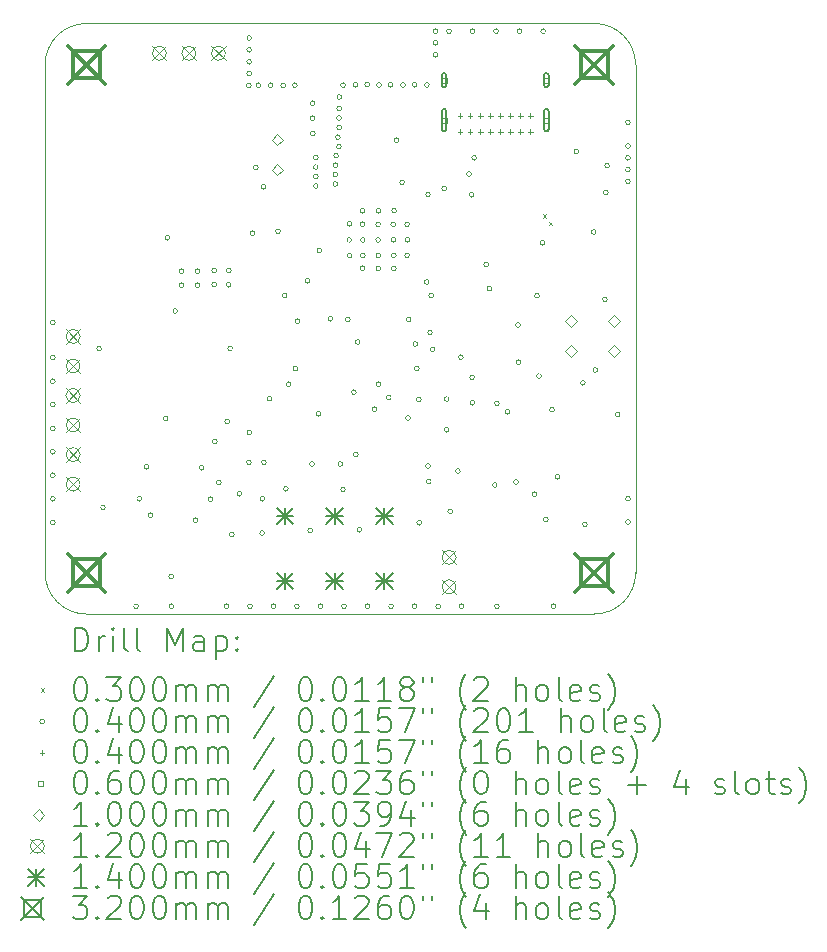
<source format=gbr>
%FSLAX45Y45*%
G04 Gerber Fmt 4.5, Leading zero omitted, Abs format (unit mm)*
G04 Created by KiCad (PCBNEW (6.0.2)) date 2022-07-14 22:42:06*
%MOMM*%
%LPD*%
G01*
G04 APERTURE LIST*
%TA.AperFunction,Profile*%
%ADD10C,0.100000*%
%TD*%
%ADD11C,0.200000*%
%ADD12C,0.030000*%
%ADD13C,0.040000*%
%ADD14C,0.060000*%
%ADD15C,0.100000*%
%ADD16C,0.120000*%
%ADD17C,0.140000*%
%ADD18C,0.320000*%
G04 APERTURE END LIST*
D10*
X10500000Y-3350000D02*
G75*
G03*
X10150000Y-3000000I-350000J0D01*
G01*
X5850000Y-3000000D02*
G75*
G03*
X5500000Y-3350000I0J-350000D01*
G01*
X10150000Y-8000000D02*
X5850000Y-8000000D01*
X5500000Y-7650000D02*
X5500000Y-3350000D01*
X5500000Y-7650000D02*
G75*
G03*
X5850000Y-8000000I350000J0D01*
G01*
X5850000Y-3000000D02*
X10150000Y-3000000D01*
X10500000Y-3350000D02*
X10500000Y-7650000D01*
X10150000Y-8000000D02*
G75*
G03*
X10500000Y-7650000I0J350000D01*
G01*
D11*
D12*
X9713000Y-4615000D02*
X9743000Y-4645000D01*
X9743000Y-4615000D02*
X9713000Y-4645000D01*
X9763000Y-4679000D02*
X9793000Y-4709000D01*
X9793000Y-4679000D02*
X9763000Y-4709000D01*
D13*
X5584900Y-6029400D02*
G75*
G03*
X5584900Y-6029400I-20000J0D01*
G01*
X5585000Y-5830000D02*
G75*
G03*
X5585000Y-5830000I-20000J0D01*
G01*
X5585100Y-5531500D02*
G75*
G03*
X5585100Y-5531500I-20000J0D01*
G01*
X5585100Y-6626300D02*
G75*
G03*
X5585100Y-6626300I-20000J0D01*
G01*
X5585300Y-6427800D02*
G75*
G03*
X5585300Y-6427800I-20000J0D01*
G01*
X5585400Y-6228100D02*
G75*
G03*
X5585400Y-6228100I-20000J0D01*
G01*
X5585400Y-7223600D02*
G75*
G03*
X5585400Y-7223600I-20000J0D01*
G01*
X5585600Y-6825000D02*
G75*
G03*
X5585600Y-6825000I-20000J0D01*
G01*
X5585600Y-7025100D02*
G75*
G03*
X5585600Y-7025100I-20000J0D01*
G01*
X5977000Y-5753000D02*
G75*
G03*
X5977000Y-5753000I-20000J0D01*
G01*
X6010000Y-7098000D02*
G75*
G03*
X6010000Y-7098000I-20000J0D01*
G01*
X6290200Y-7934400D02*
G75*
G03*
X6290200Y-7934400I-20000J0D01*
G01*
X6317000Y-7025000D02*
G75*
G03*
X6317000Y-7025000I-20000J0D01*
G01*
X6378000Y-6754000D02*
G75*
G03*
X6378000Y-6754000I-20000J0D01*
G01*
X6412000Y-7163000D02*
G75*
G03*
X6412000Y-7163000I-20000J0D01*
G01*
X6540000Y-6345000D02*
G75*
G03*
X6540000Y-6345000I-20000J0D01*
G01*
X6555204Y-4814452D02*
G75*
G03*
X6555204Y-4814452I-20000J0D01*
G01*
X6586900Y-7683100D02*
G75*
G03*
X6586900Y-7683100I-20000J0D01*
G01*
X6588500Y-7934300D02*
G75*
G03*
X6588500Y-7934300I-20000J0D01*
G01*
X6621500Y-5434252D02*
G75*
G03*
X6621500Y-5434252I-20000J0D01*
G01*
X6675000Y-5097500D02*
G75*
G03*
X6675000Y-5097500I-20000J0D01*
G01*
X6675000Y-5215000D02*
G75*
G03*
X6675000Y-5215000I-20000J0D01*
G01*
X6795000Y-7205000D02*
G75*
G03*
X6795000Y-7205000I-20000J0D01*
G01*
X6810000Y-5097000D02*
G75*
G03*
X6810000Y-5097000I-20000J0D01*
G01*
X6811000Y-5215000D02*
G75*
G03*
X6811000Y-5215000I-20000J0D01*
G01*
X6845000Y-6761000D02*
G75*
G03*
X6845000Y-6761000I-20000J0D01*
G01*
X6919000Y-7027000D02*
G75*
G03*
X6919000Y-7027000I-20000J0D01*
G01*
X6951000Y-5091000D02*
G75*
G03*
X6951000Y-5091000I-20000J0D01*
G01*
X6953000Y-5210000D02*
G75*
G03*
X6953000Y-5210000I-20000J0D01*
G01*
X6957500Y-6540000D02*
G75*
G03*
X6957500Y-6540000I-20000J0D01*
G01*
X6990000Y-6886000D02*
G75*
G03*
X6990000Y-6886000I-20000J0D01*
G01*
X7056100Y-7934600D02*
G75*
G03*
X7056100Y-7934600I-20000J0D01*
G01*
X7062500Y-6370000D02*
G75*
G03*
X7062500Y-6370000I-20000J0D01*
G01*
X7075000Y-5092500D02*
G75*
G03*
X7075000Y-5092500I-20000J0D01*
G01*
X7075000Y-5212500D02*
G75*
G03*
X7075000Y-5212500I-20000J0D01*
G01*
X7086823Y-5749990D02*
G75*
G03*
X7086823Y-5749990I-20000J0D01*
G01*
X7101000Y-7326000D02*
G75*
G03*
X7101000Y-7326000I-20000J0D01*
G01*
X7164000Y-6982000D02*
G75*
G03*
X7164000Y-6982000I-20000J0D01*
G01*
X7245000Y-3525000D02*
G75*
G03*
X7245000Y-3525000I-20000J0D01*
G01*
X7246000Y-6717000D02*
G75*
G03*
X7246000Y-6717000I-20000J0D01*
G01*
X7248000Y-3123000D02*
G75*
G03*
X7248000Y-3123000I-20000J0D01*
G01*
X7248000Y-3223000D02*
G75*
G03*
X7248000Y-3223000I-20000J0D01*
G01*
X7248000Y-3325000D02*
G75*
G03*
X7248000Y-3325000I-20000J0D01*
G01*
X7248000Y-3425000D02*
G75*
G03*
X7248000Y-3425000I-20000J0D01*
G01*
X7250000Y-6462000D02*
G75*
G03*
X7250000Y-6462000I-20000J0D01*
G01*
X7254800Y-7934100D02*
G75*
G03*
X7254800Y-7934100I-20000J0D01*
G01*
X7276000Y-4776000D02*
G75*
G03*
X7276000Y-4776000I-20000J0D01*
G01*
X7305000Y-4219000D02*
G75*
G03*
X7305000Y-4219000I-20000J0D01*
G01*
X7325000Y-3522500D02*
G75*
G03*
X7325000Y-3522500I-20000J0D01*
G01*
X7358000Y-7315000D02*
G75*
G03*
X7358000Y-7315000I-20000J0D01*
G01*
X7359000Y-7024000D02*
G75*
G03*
X7359000Y-7024000I-20000J0D01*
G01*
X7368000Y-4384000D02*
G75*
G03*
X7368000Y-4384000I-20000J0D01*
G01*
X7373000Y-6715000D02*
G75*
G03*
X7373000Y-6715000I-20000J0D01*
G01*
X7420000Y-6176000D02*
G75*
G03*
X7420000Y-6176000I-20000J0D01*
G01*
X7430000Y-3522500D02*
G75*
G03*
X7430000Y-3522500I-20000J0D01*
G01*
X7453300Y-7933800D02*
G75*
G03*
X7453300Y-7933800I-20000J0D01*
G01*
X7492000Y-4759000D02*
G75*
G03*
X7492000Y-4759000I-20000J0D01*
G01*
X7535000Y-3525000D02*
G75*
G03*
X7535000Y-3525000I-20000J0D01*
G01*
X7547800Y-5304300D02*
G75*
G03*
X7547800Y-5304300I-20000J0D01*
G01*
X7558400Y-6940400D02*
G75*
G03*
X7558400Y-6940400I-20000J0D01*
G01*
X7582000Y-6055000D02*
G75*
G03*
X7582000Y-6055000I-20000J0D01*
G01*
X7635000Y-3522500D02*
G75*
G03*
X7635000Y-3522500I-20000J0D01*
G01*
X7640000Y-5922000D02*
G75*
G03*
X7640000Y-5922000I-20000J0D01*
G01*
X7652100Y-7934200D02*
G75*
G03*
X7652100Y-7934200I-20000J0D01*
G01*
X7657000Y-5522000D02*
G75*
G03*
X7657000Y-5522000I-20000J0D01*
G01*
X7742700Y-5179700D02*
G75*
G03*
X7742700Y-5179700I-20000J0D01*
G01*
X7765200Y-7294400D02*
G75*
G03*
X7765200Y-7294400I-20000J0D01*
G01*
X7780000Y-6730000D02*
G75*
G03*
X7780000Y-6730000I-20000J0D01*
G01*
X7783500Y-3802500D02*
G75*
G03*
X7783500Y-3802500I-20000J0D01*
G01*
X7786000Y-3675000D02*
G75*
G03*
X7786000Y-3675000I-20000J0D01*
G01*
X7786000Y-3930000D02*
G75*
G03*
X7786000Y-3930000I-20000J0D01*
G01*
X7811581Y-4136018D02*
G75*
G03*
X7811581Y-4136018I-20000J0D01*
G01*
X7811581Y-4215968D02*
G75*
G03*
X7811581Y-4215968I-20000J0D01*
G01*
X7812000Y-4296000D02*
G75*
G03*
X7812000Y-4296000I-20000J0D01*
G01*
X7812000Y-4376000D02*
G75*
G03*
X7812000Y-4376000I-20000J0D01*
G01*
X7835000Y-6305000D02*
G75*
G03*
X7835000Y-6305000I-20000J0D01*
G01*
X7842500Y-4922500D02*
G75*
G03*
X7842500Y-4922500I-20000J0D01*
G01*
X7852100Y-7934200D02*
G75*
G03*
X7852100Y-7934200I-20000J0D01*
G01*
X7935000Y-5500000D02*
G75*
G03*
X7935000Y-5500000I-20000J0D01*
G01*
X7978320Y-4279154D02*
G75*
G03*
X7978320Y-4279154I-20000J0D01*
G01*
X7978320Y-4359162D02*
G75*
G03*
X7978320Y-4359162I-20000J0D01*
G01*
X7979000Y-4198908D02*
G75*
G03*
X7979000Y-4198908I-20000J0D01*
G01*
X7984000Y-4119000D02*
G75*
G03*
X7984000Y-4119000I-20000J0D01*
G01*
X7999000Y-3963000D02*
G75*
G03*
X7999000Y-3963000I-20000J0D01*
G01*
X8008000Y-4043000D02*
G75*
G03*
X8008000Y-4043000I-20000J0D01*
G01*
X8009000Y-3720000D02*
G75*
G03*
X8009000Y-3720000I-20000J0D01*
G01*
X8009000Y-3800000D02*
G75*
G03*
X8009000Y-3800000I-20000J0D01*
G01*
X8010000Y-3881000D02*
G75*
G03*
X8010000Y-3881000I-20000J0D01*
G01*
X8011000Y-3623000D02*
G75*
G03*
X8011000Y-3623000I-20000J0D01*
G01*
X8020000Y-6730000D02*
G75*
G03*
X8020000Y-6730000I-20000J0D01*
G01*
X8042000Y-6946000D02*
G75*
G03*
X8042000Y-6946000I-20000J0D01*
G01*
X8042500Y-3522500D02*
G75*
G03*
X8042500Y-3522500I-20000J0D01*
G01*
X8050800Y-7933700D02*
G75*
G03*
X8050800Y-7933700I-20000J0D01*
G01*
X8082500Y-5507500D02*
G75*
G03*
X8082500Y-5507500I-20000J0D01*
G01*
X8095000Y-4832500D02*
G75*
G03*
X8095000Y-4832500I-20000J0D01*
G01*
X8097500Y-4697500D02*
G75*
G03*
X8097500Y-4697500I-20000J0D01*
G01*
X8097500Y-4965000D02*
G75*
G03*
X8097500Y-4965000I-20000J0D01*
G01*
X8134000Y-6122000D02*
G75*
G03*
X8134000Y-6122000I-20000J0D01*
G01*
X8147500Y-3520000D02*
G75*
G03*
X8147500Y-3520000I-20000J0D01*
G01*
X8150000Y-6649000D02*
G75*
G03*
X8150000Y-6649000I-20000J0D01*
G01*
X8166000Y-5697000D02*
G75*
G03*
X8166000Y-5697000I-20000J0D01*
G01*
X8180000Y-7287000D02*
G75*
G03*
X8180000Y-7287000I-20000J0D01*
G01*
X8207500Y-4585000D02*
G75*
G03*
X8207500Y-4585000I-20000J0D01*
G01*
X8207500Y-4700000D02*
G75*
G03*
X8207500Y-4700000I-20000J0D01*
G01*
X8207500Y-5072500D02*
G75*
G03*
X8207500Y-5072500I-20000J0D01*
G01*
X8210000Y-4832500D02*
G75*
G03*
X8210000Y-4832500I-20000J0D01*
G01*
X8210000Y-4965000D02*
G75*
G03*
X8210000Y-4965000I-20000J0D01*
G01*
X8247500Y-3517500D02*
G75*
G03*
X8247500Y-3517500I-20000J0D01*
G01*
X8250600Y-7934700D02*
G75*
G03*
X8250600Y-7934700I-20000J0D01*
G01*
X8309000Y-6267000D02*
G75*
G03*
X8309000Y-6267000I-20000J0D01*
G01*
X8340000Y-4700000D02*
G75*
G03*
X8340000Y-4700000I-20000J0D01*
G01*
X8340000Y-4832500D02*
G75*
G03*
X8340000Y-4832500I-20000J0D01*
G01*
X8342500Y-4587500D02*
G75*
G03*
X8342500Y-4587500I-20000J0D01*
G01*
X8342500Y-4965000D02*
G75*
G03*
X8342500Y-4965000I-20000J0D01*
G01*
X8342500Y-5075000D02*
G75*
G03*
X8342500Y-5075000I-20000J0D01*
G01*
X8343000Y-6053000D02*
G75*
G03*
X8343000Y-6053000I-20000J0D01*
G01*
X8347500Y-3520000D02*
G75*
G03*
X8347500Y-3520000I-20000J0D01*
G01*
X8429000Y-6166000D02*
G75*
G03*
X8429000Y-6166000I-20000J0D01*
G01*
X8445000Y-3520000D02*
G75*
G03*
X8445000Y-3520000I-20000J0D01*
G01*
X8449300Y-7934200D02*
G75*
G03*
X8449300Y-7934200I-20000J0D01*
G01*
X8467500Y-4700000D02*
G75*
G03*
X8467500Y-4700000I-20000J0D01*
G01*
X8470000Y-4832500D02*
G75*
G03*
X8470000Y-4832500I-20000J0D01*
G01*
X8472500Y-4962500D02*
G75*
G03*
X8472500Y-4962500I-20000J0D01*
G01*
X8472500Y-5075000D02*
G75*
G03*
X8472500Y-5075000I-20000J0D01*
G01*
X8475000Y-4585000D02*
G75*
G03*
X8475000Y-4585000I-20000J0D01*
G01*
X8495000Y-3987500D02*
G75*
G03*
X8495000Y-3987500I-20000J0D01*
G01*
X8542500Y-4345000D02*
G75*
G03*
X8542500Y-4345000I-20000J0D01*
G01*
X8550000Y-3520000D02*
G75*
G03*
X8550000Y-3520000I-20000J0D01*
G01*
X8585000Y-4700000D02*
G75*
G03*
X8585000Y-4700000I-20000J0D01*
G01*
X8585000Y-4962500D02*
G75*
G03*
X8585000Y-4962500I-20000J0D01*
G01*
X8587500Y-4832500D02*
G75*
G03*
X8587500Y-4832500I-20000J0D01*
G01*
X8592000Y-6341000D02*
G75*
G03*
X8592000Y-6341000I-20000J0D01*
G01*
X8598000Y-5506000D02*
G75*
G03*
X8598000Y-5506000I-20000J0D01*
G01*
X8647900Y-7934700D02*
G75*
G03*
X8647900Y-7934700I-20000J0D01*
G01*
X8650000Y-3520000D02*
G75*
G03*
X8650000Y-3520000I-20000J0D01*
G01*
X8655000Y-5714000D02*
G75*
G03*
X8655000Y-5714000I-20000J0D01*
G01*
X8667500Y-5920000D02*
G75*
G03*
X8667500Y-5920000I-20000J0D01*
G01*
X8684000Y-6184000D02*
G75*
G03*
X8684000Y-6184000I-20000J0D01*
G01*
X8687500Y-7227500D02*
G75*
G03*
X8687500Y-7227500I-20000J0D01*
G01*
X8751000Y-5189000D02*
G75*
G03*
X8751000Y-5189000I-20000J0D01*
G01*
X8752500Y-3520000D02*
G75*
G03*
X8752500Y-3520000I-20000J0D01*
G01*
X8762000Y-4448000D02*
G75*
G03*
X8762000Y-4448000I-20000J0D01*
G01*
X8762000Y-6747000D02*
G75*
G03*
X8762000Y-6747000I-20000J0D01*
G01*
X8767500Y-6877500D02*
G75*
G03*
X8767500Y-6877500I-20000J0D01*
G01*
X8779000Y-5616000D02*
G75*
G03*
X8779000Y-5616000I-20000J0D01*
G01*
X8788000Y-5303000D02*
G75*
G03*
X8788000Y-5303000I-20000J0D01*
G01*
X8801000Y-5759000D02*
G75*
G03*
X8801000Y-5759000I-20000J0D01*
G01*
X8826000Y-3065000D02*
G75*
G03*
X8826000Y-3065000I-20000J0D01*
G01*
X8826000Y-3165000D02*
G75*
G03*
X8826000Y-3165000I-20000J0D01*
G01*
X8826000Y-3265000D02*
G75*
G03*
X8826000Y-3265000I-20000J0D01*
G01*
X8848000Y-7934800D02*
G75*
G03*
X8848000Y-7934800I-20000J0D01*
G01*
X8899000Y-4397000D02*
G75*
G03*
X8899000Y-4397000I-20000J0D01*
G01*
X8920000Y-6180000D02*
G75*
G03*
X8920000Y-6180000I-20000J0D01*
G01*
X8920000Y-6440000D02*
G75*
G03*
X8920000Y-6440000I-20000J0D01*
G01*
X8939700Y-3065400D02*
G75*
G03*
X8939700Y-3065400I-20000J0D01*
G01*
X8950000Y-7130000D02*
G75*
G03*
X8950000Y-7130000I-20000J0D01*
G01*
X9015000Y-6790000D02*
G75*
G03*
X9015000Y-6790000I-20000J0D01*
G01*
X9040000Y-5825000D02*
G75*
G03*
X9040000Y-5825000I-20000J0D01*
G01*
X9046700Y-7934300D02*
G75*
G03*
X9046700Y-7934300I-20000J0D01*
G01*
X9110000Y-4275000D02*
G75*
G03*
X9110000Y-4275000I-20000J0D01*
G01*
X9131000Y-4450000D02*
G75*
G03*
X9131000Y-4450000I-20000J0D01*
G01*
X9135000Y-5996974D02*
G75*
G03*
X9135000Y-5996974I-20000J0D01*
G01*
X9137000Y-6212000D02*
G75*
G03*
X9137000Y-6212000I-20000J0D01*
G01*
X9138800Y-3065700D02*
G75*
G03*
X9138800Y-3065700I-20000J0D01*
G01*
X9152500Y-4137500D02*
G75*
G03*
X9152500Y-4137500I-20000J0D01*
G01*
X9255000Y-5040000D02*
G75*
G03*
X9255000Y-5040000I-20000J0D01*
G01*
X9282500Y-5244523D02*
G75*
G03*
X9282500Y-5244523I-20000J0D01*
G01*
X9327500Y-6907500D02*
G75*
G03*
X9327500Y-6907500I-20000J0D01*
G01*
X9338400Y-3065200D02*
G75*
G03*
X9338400Y-3065200I-20000J0D01*
G01*
X9345600Y-7934300D02*
G75*
G03*
X9345600Y-7934300I-20000J0D01*
G01*
X9346000Y-6217000D02*
G75*
G03*
X9346000Y-6217000I-20000J0D01*
G01*
X9435000Y-6288000D02*
G75*
G03*
X9435000Y-6288000I-20000J0D01*
G01*
X9507500Y-6882500D02*
G75*
G03*
X9507500Y-6882500I-20000J0D01*
G01*
X9523000Y-5553000D02*
G75*
G03*
X9523000Y-5553000I-20000J0D01*
G01*
X9529000Y-5867523D02*
G75*
G03*
X9529000Y-5867523I-20000J0D01*
G01*
X9537500Y-3065500D02*
G75*
G03*
X9537500Y-3065500I-20000J0D01*
G01*
X9662500Y-6985000D02*
G75*
G03*
X9662500Y-6985000I-20000J0D01*
G01*
X9685000Y-5305000D02*
G75*
G03*
X9685000Y-5305000I-20000J0D01*
G01*
X9701086Y-5986000D02*
G75*
G03*
X9701086Y-5986000I-20000J0D01*
G01*
X9733000Y-4858000D02*
G75*
G03*
X9733000Y-4858000I-20000J0D01*
G01*
X9737200Y-3065500D02*
G75*
G03*
X9737200Y-3065500I-20000J0D01*
G01*
X9760000Y-7200000D02*
G75*
G03*
X9760000Y-7200000I-20000J0D01*
G01*
X9812000Y-6270000D02*
G75*
G03*
X9812000Y-6270000I-20000J0D01*
G01*
X9824800Y-7935100D02*
G75*
G03*
X9824800Y-7935100I-20000J0D01*
G01*
X9859000Y-6838000D02*
G75*
G03*
X9859000Y-6838000I-20000J0D01*
G01*
X10018000Y-4085000D02*
G75*
G03*
X10018000Y-4085000I-20000J0D01*
G01*
X10073000Y-6043000D02*
G75*
G03*
X10073000Y-6043000I-20000J0D01*
G01*
X10090000Y-7240000D02*
G75*
G03*
X10090000Y-7240000I-20000J0D01*
G01*
X10165000Y-4765000D02*
G75*
G03*
X10165000Y-4765000I-20000J0D01*
G01*
X10179000Y-5934000D02*
G75*
G03*
X10179000Y-5934000I-20000J0D01*
G01*
X10260000Y-5335000D02*
G75*
G03*
X10260000Y-5335000I-20000J0D01*
G01*
X10267500Y-4430000D02*
G75*
G03*
X10267500Y-4430000I-20000J0D01*
G01*
X10278000Y-4203000D02*
G75*
G03*
X10278000Y-4203000I-20000J0D01*
G01*
X10367500Y-6310000D02*
G75*
G03*
X10367500Y-6310000I-20000J0D01*
G01*
X10454400Y-4037900D02*
G75*
G03*
X10454400Y-4037900I-20000J0D01*
G01*
X10454400Y-4336800D02*
G75*
G03*
X10454400Y-4336800I-20000J0D01*
G01*
X10454700Y-4137700D02*
G75*
G03*
X10454700Y-4137700I-20000J0D01*
G01*
X10454900Y-4236600D02*
G75*
G03*
X10454900Y-4236600I-20000J0D01*
G01*
X10455000Y-3837400D02*
G75*
G03*
X10455000Y-3837400I-20000J0D01*
G01*
X10455300Y-7023300D02*
G75*
G03*
X10455300Y-7023300I-20000J0D01*
G01*
X10455800Y-7222000D02*
G75*
G03*
X10455800Y-7222000I-20000J0D01*
G01*
X9013500Y-3761500D02*
X9013500Y-3801500D01*
X8993500Y-3781500D02*
X9033500Y-3781500D01*
X9013500Y-3896500D02*
X9013500Y-3936500D01*
X8993500Y-3916500D02*
X9033500Y-3916500D01*
X9098500Y-3761500D02*
X9098500Y-3801500D01*
X9078500Y-3781500D02*
X9118500Y-3781500D01*
X9098500Y-3896500D02*
X9098500Y-3936500D01*
X9078500Y-3916500D02*
X9118500Y-3916500D01*
X9183500Y-3761500D02*
X9183500Y-3801500D01*
X9163500Y-3781500D02*
X9203500Y-3781500D01*
X9183500Y-3896500D02*
X9183500Y-3936500D01*
X9163500Y-3916500D02*
X9203500Y-3916500D01*
X9268500Y-3761500D02*
X9268500Y-3801500D01*
X9248500Y-3781500D02*
X9288500Y-3781500D01*
X9268500Y-3896500D02*
X9268500Y-3936500D01*
X9248500Y-3916500D02*
X9288500Y-3916500D01*
X9353500Y-3761500D02*
X9353500Y-3801500D01*
X9333500Y-3781500D02*
X9373500Y-3781500D01*
X9353500Y-3896500D02*
X9353500Y-3936500D01*
X9333500Y-3916500D02*
X9373500Y-3916500D01*
X9438500Y-3761500D02*
X9438500Y-3801500D01*
X9418500Y-3781500D02*
X9458500Y-3781500D01*
X9438500Y-3896500D02*
X9438500Y-3936500D01*
X9418500Y-3916500D02*
X9458500Y-3916500D01*
X9523500Y-3761500D02*
X9523500Y-3801500D01*
X9503500Y-3781500D02*
X9543500Y-3781500D01*
X9523500Y-3896500D02*
X9523500Y-3936500D01*
X9503500Y-3916500D02*
X9543500Y-3916500D01*
X9608500Y-3761500D02*
X9608500Y-3801500D01*
X9588500Y-3781500D02*
X9628500Y-3781500D01*
X9608500Y-3896500D02*
X9608500Y-3936500D01*
X9588500Y-3916500D02*
X9628500Y-3916500D01*
D14*
X8899713Y-3501713D02*
X8899713Y-3459287D01*
X8857287Y-3459287D01*
X8857287Y-3501713D01*
X8899713Y-3501713D01*
D11*
X8898500Y-3520500D02*
X8898500Y-3440500D01*
X8858500Y-3520500D02*
X8858500Y-3440500D01*
X8898500Y-3440500D02*
G75*
G03*
X8858500Y-3440500I-20000J0D01*
G01*
X8858500Y-3520500D02*
G75*
G03*
X8898500Y-3520500I20000J0D01*
G01*
D14*
X8899713Y-3839713D02*
X8899713Y-3797287D01*
X8857287Y-3797287D01*
X8857287Y-3839713D01*
X8899713Y-3839713D01*
D11*
X8898500Y-3893500D02*
X8898500Y-3743500D01*
X8858500Y-3893500D02*
X8858500Y-3743500D01*
X8898500Y-3743500D02*
G75*
G03*
X8858500Y-3743500I-20000J0D01*
G01*
X8858500Y-3893500D02*
G75*
G03*
X8898500Y-3893500I20000J0D01*
G01*
D14*
X9764713Y-3501713D02*
X9764713Y-3459287D01*
X9722287Y-3459287D01*
X9722287Y-3501713D01*
X9764713Y-3501713D01*
D11*
X9763500Y-3520500D02*
X9763500Y-3440500D01*
X9723500Y-3520500D02*
X9723500Y-3440500D01*
X9763500Y-3440500D02*
G75*
G03*
X9723500Y-3440500I-20000J0D01*
G01*
X9723500Y-3520500D02*
G75*
G03*
X9763500Y-3520500I20000J0D01*
G01*
D14*
X9764713Y-3839713D02*
X9764713Y-3797287D01*
X9722287Y-3797287D01*
X9722287Y-3839713D01*
X9764713Y-3839713D01*
D11*
X9763500Y-3893500D02*
X9763500Y-3743500D01*
X9723500Y-3893500D02*
X9723500Y-3743500D01*
X9763500Y-3743500D02*
G75*
G03*
X9723500Y-3743500I-20000J0D01*
G01*
X9723500Y-3893500D02*
G75*
G03*
X9763500Y-3893500I20000J0D01*
G01*
D15*
X7467000Y-4033000D02*
X7517000Y-3983000D01*
X7467000Y-3933000D01*
X7417000Y-3983000D01*
X7467000Y-4033000D01*
X7467000Y-4287000D02*
X7517000Y-4237000D01*
X7467000Y-4187000D01*
X7417000Y-4237000D01*
X7467000Y-4287000D01*
X9953086Y-5566000D02*
X10003086Y-5516000D01*
X9953086Y-5466000D01*
X9903086Y-5516000D01*
X9953086Y-5566000D01*
X9953086Y-5820000D02*
X10003086Y-5770000D01*
X9953086Y-5720000D01*
X9903086Y-5770000D01*
X9953086Y-5820000D01*
X10315000Y-5566000D02*
X10365000Y-5516000D01*
X10315000Y-5466000D01*
X10265000Y-5516000D01*
X10315000Y-5566000D01*
X10315000Y-5820000D02*
X10365000Y-5770000D01*
X10315000Y-5720000D01*
X10265000Y-5770000D01*
X10315000Y-5820000D01*
D16*
X5677000Y-5590000D02*
X5797000Y-5710000D01*
X5797000Y-5590000D02*
X5677000Y-5710000D01*
X5797000Y-5650000D02*
G75*
G03*
X5797000Y-5650000I-60000J0D01*
G01*
X5677000Y-5840000D02*
X5797000Y-5960000D01*
X5797000Y-5840000D02*
X5677000Y-5960000D01*
X5797000Y-5900000D02*
G75*
G03*
X5797000Y-5900000I-60000J0D01*
G01*
X5677000Y-6090000D02*
X5797000Y-6210000D01*
X5797000Y-6090000D02*
X5677000Y-6210000D01*
X5797000Y-6150000D02*
G75*
G03*
X5797000Y-6150000I-60000J0D01*
G01*
X5677000Y-6340000D02*
X5797000Y-6460000D01*
X5797000Y-6340000D02*
X5677000Y-6460000D01*
X5797000Y-6400000D02*
G75*
G03*
X5797000Y-6400000I-60000J0D01*
G01*
X5677000Y-6590000D02*
X5797000Y-6710000D01*
X5797000Y-6590000D02*
X5677000Y-6710000D01*
X5797000Y-6650000D02*
G75*
G03*
X5797000Y-6650000I-60000J0D01*
G01*
X5677000Y-6840000D02*
X5797000Y-6960000D01*
X5797000Y-6840000D02*
X5677000Y-6960000D01*
X5797000Y-6900000D02*
G75*
G03*
X5797000Y-6900000I-60000J0D01*
G01*
X6407500Y-3192500D02*
X6527500Y-3312500D01*
X6527500Y-3192500D02*
X6407500Y-3312500D01*
X6527500Y-3252500D02*
G75*
G03*
X6527500Y-3252500I-60000J0D01*
G01*
X6657500Y-3192500D02*
X6777500Y-3312500D01*
X6777500Y-3192500D02*
X6657500Y-3312500D01*
X6777500Y-3252500D02*
G75*
G03*
X6777500Y-3252500I-60000J0D01*
G01*
X6907500Y-3192500D02*
X7027500Y-3312500D01*
X7027500Y-3192500D02*
X6907500Y-3312500D01*
X7027500Y-3252500D02*
G75*
G03*
X7027500Y-3252500I-60000J0D01*
G01*
X8860000Y-7460000D02*
X8980000Y-7580000D01*
X8980000Y-7460000D02*
X8860000Y-7580000D01*
X8980000Y-7520000D02*
G75*
G03*
X8980000Y-7520000I-60000J0D01*
G01*
X8860000Y-7710000D02*
X8980000Y-7830000D01*
X8980000Y-7710000D02*
X8860000Y-7830000D01*
X8980000Y-7770000D02*
G75*
G03*
X8980000Y-7770000I-60000J0D01*
G01*
D17*
X7462500Y-7099000D02*
X7602500Y-7239000D01*
X7602500Y-7099000D02*
X7462500Y-7239000D01*
X7532500Y-7099000D02*
X7532500Y-7239000D01*
X7462500Y-7169000D02*
X7602500Y-7169000D01*
X7462500Y-7649000D02*
X7602500Y-7789000D01*
X7602500Y-7649000D02*
X7462500Y-7789000D01*
X7532500Y-7649000D02*
X7532500Y-7789000D01*
X7462500Y-7719000D02*
X7602500Y-7719000D01*
X7882500Y-7099000D02*
X8022500Y-7239000D01*
X8022500Y-7099000D02*
X7882500Y-7239000D01*
X7952500Y-7099000D02*
X7952500Y-7239000D01*
X7882500Y-7169000D02*
X8022500Y-7169000D01*
X7882500Y-7649000D02*
X8022500Y-7789000D01*
X8022500Y-7649000D02*
X7882500Y-7789000D01*
X7952500Y-7649000D02*
X7952500Y-7789000D01*
X7882500Y-7719000D02*
X8022500Y-7719000D01*
X8302500Y-7099000D02*
X8442500Y-7239000D01*
X8442500Y-7099000D02*
X8302500Y-7239000D01*
X8372500Y-7099000D02*
X8372500Y-7239000D01*
X8302500Y-7169000D02*
X8442500Y-7169000D01*
X8302500Y-7649000D02*
X8442500Y-7789000D01*
X8442500Y-7649000D02*
X8302500Y-7789000D01*
X8372500Y-7649000D02*
X8372500Y-7789000D01*
X8302500Y-7719000D02*
X8442500Y-7719000D01*
D18*
X5690000Y-3190000D02*
X6010000Y-3510000D01*
X6010000Y-3190000D02*
X5690000Y-3510000D01*
X5963138Y-3463138D02*
X5963138Y-3236862D01*
X5736862Y-3236862D01*
X5736862Y-3463138D01*
X5963138Y-3463138D01*
X5690000Y-7490000D02*
X6010000Y-7810000D01*
X6010000Y-7490000D02*
X5690000Y-7810000D01*
X5963138Y-7763138D02*
X5963138Y-7536862D01*
X5736862Y-7536862D01*
X5736862Y-7763138D01*
X5963138Y-7763138D01*
X9990000Y-3190000D02*
X10310000Y-3510000D01*
X10310000Y-3190000D02*
X9990000Y-3510000D01*
X10263138Y-3463138D02*
X10263138Y-3236862D01*
X10036862Y-3236862D01*
X10036862Y-3463138D01*
X10263138Y-3463138D01*
X9990000Y-7490000D02*
X10310000Y-7810000D01*
X10310000Y-7490000D02*
X9990000Y-7810000D01*
X10263138Y-7763138D02*
X10263138Y-7536862D01*
X10036862Y-7536862D01*
X10036862Y-7763138D01*
X10263138Y-7763138D01*
D11*
X5752619Y-8315476D02*
X5752619Y-8115476D01*
X5800238Y-8115476D01*
X5828809Y-8125000D01*
X5847857Y-8144048D01*
X5857381Y-8163095D01*
X5866905Y-8201190D01*
X5866905Y-8229762D01*
X5857381Y-8267857D01*
X5847857Y-8286905D01*
X5828809Y-8305952D01*
X5800238Y-8315476D01*
X5752619Y-8315476D01*
X5952619Y-8315476D02*
X5952619Y-8182143D01*
X5952619Y-8220238D02*
X5962143Y-8201190D01*
X5971667Y-8191667D01*
X5990714Y-8182143D01*
X6009762Y-8182143D01*
X6076428Y-8315476D02*
X6076428Y-8182143D01*
X6076428Y-8115476D02*
X6066905Y-8125000D01*
X6076428Y-8134524D01*
X6085952Y-8125000D01*
X6076428Y-8115476D01*
X6076428Y-8134524D01*
X6200238Y-8315476D02*
X6181190Y-8305952D01*
X6171667Y-8286905D01*
X6171667Y-8115476D01*
X6305000Y-8315476D02*
X6285952Y-8305952D01*
X6276428Y-8286905D01*
X6276428Y-8115476D01*
X6533571Y-8315476D02*
X6533571Y-8115476D01*
X6600238Y-8258333D01*
X6666905Y-8115476D01*
X6666905Y-8315476D01*
X6847857Y-8315476D02*
X6847857Y-8210714D01*
X6838333Y-8191667D01*
X6819286Y-8182143D01*
X6781190Y-8182143D01*
X6762143Y-8191667D01*
X6847857Y-8305952D02*
X6828809Y-8315476D01*
X6781190Y-8315476D01*
X6762143Y-8305952D01*
X6752619Y-8286905D01*
X6752619Y-8267857D01*
X6762143Y-8248809D01*
X6781190Y-8239286D01*
X6828809Y-8239286D01*
X6847857Y-8229762D01*
X6943095Y-8182143D02*
X6943095Y-8382143D01*
X6943095Y-8191667D02*
X6962143Y-8182143D01*
X7000238Y-8182143D01*
X7019286Y-8191667D01*
X7028809Y-8201190D01*
X7038333Y-8220238D01*
X7038333Y-8277381D01*
X7028809Y-8296428D01*
X7019286Y-8305952D01*
X7000238Y-8315476D01*
X6962143Y-8315476D01*
X6943095Y-8305952D01*
X7124048Y-8296428D02*
X7133571Y-8305952D01*
X7124048Y-8315476D01*
X7114524Y-8305952D01*
X7124048Y-8296428D01*
X7124048Y-8315476D01*
X7124048Y-8191667D02*
X7133571Y-8201190D01*
X7124048Y-8210714D01*
X7114524Y-8201190D01*
X7124048Y-8191667D01*
X7124048Y-8210714D01*
D12*
X5465000Y-8630000D02*
X5495000Y-8660000D01*
X5495000Y-8630000D02*
X5465000Y-8660000D01*
D11*
X5790714Y-8535476D02*
X5809762Y-8535476D01*
X5828809Y-8545000D01*
X5838333Y-8554524D01*
X5847857Y-8573571D01*
X5857381Y-8611667D01*
X5857381Y-8659286D01*
X5847857Y-8697381D01*
X5838333Y-8716429D01*
X5828809Y-8725952D01*
X5809762Y-8735476D01*
X5790714Y-8735476D01*
X5771667Y-8725952D01*
X5762143Y-8716429D01*
X5752619Y-8697381D01*
X5743095Y-8659286D01*
X5743095Y-8611667D01*
X5752619Y-8573571D01*
X5762143Y-8554524D01*
X5771667Y-8545000D01*
X5790714Y-8535476D01*
X5943095Y-8716429D02*
X5952619Y-8725952D01*
X5943095Y-8735476D01*
X5933571Y-8725952D01*
X5943095Y-8716429D01*
X5943095Y-8735476D01*
X6019286Y-8535476D02*
X6143095Y-8535476D01*
X6076428Y-8611667D01*
X6105000Y-8611667D01*
X6124048Y-8621190D01*
X6133571Y-8630714D01*
X6143095Y-8649762D01*
X6143095Y-8697381D01*
X6133571Y-8716429D01*
X6124048Y-8725952D01*
X6105000Y-8735476D01*
X6047857Y-8735476D01*
X6028809Y-8725952D01*
X6019286Y-8716429D01*
X6266905Y-8535476D02*
X6285952Y-8535476D01*
X6305000Y-8545000D01*
X6314524Y-8554524D01*
X6324048Y-8573571D01*
X6333571Y-8611667D01*
X6333571Y-8659286D01*
X6324048Y-8697381D01*
X6314524Y-8716429D01*
X6305000Y-8725952D01*
X6285952Y-8735476D01*
X6266905Y-8735476D01*
X6247857Y-8725952D01*
X6238333Y-8716429D01*
X6228809Y-8697381D01*
X6219286Y-8659286D01*
X6219286Y-8611667D01*
X6228809Y-8573571D01*
X6238333Y-8554524D01*
X6247857Y-8545000D01*
X6266905Y-8535476D01*
X6457381Y-8535476D02*
X6476428Y-8535476D01*
X6495476Y-8545000D01*
X6505000Y-8554524D01*
X6514524Y-8573571D01*
X6524048Y-8611667D01*
X6524048Y-8659286D01*
X6514524Y-8697381D01*
X6505000Y-8716429D01*
X6495476Y-8725952D01*
X6476428Y-8735476D01*
X6457381Y-8735476D01*
X6438333Y-8725952D01*
X6428809Y-8716429D01*
X6419286Y-8697381D01*
X6409762Y-8659286D01*
X6409762Y-8611667D01*
X6419286Y-8573571D01*
X6428809Y-8554524D01*
X6438333Y-8545000D01*
X6457381Y-8535476D01*
X6609762Y-8735476D02*
X6609762Y-8602143D01*
X6609762Y-8621190D02*
X6619286Y-8611667D01*
X6638333Y-8602143D01*
X6666905Y-8602143D01*
X6685952Y-8611667D01*
X6695476Y-8630714D01*
X6695476Y-8735476D01*
X6695476Y-8630714D02*
X6705000Y-8611667D01*
X6724048Y-8602143D01*
X6752619Y-8602143D01*
X6771667Y-8611667D01*
X6781190Y-8630714D01*
X6781190Y-8735476D01*
X6876428Y-8735476D02*
X6876428Y-8602143D01*
X6876428Y-8621190D02*
X6885952Y-8611667D01*
X6905000Y-8602143D01*
X6933571Y-8602143D01*
X6952619Y-8611667D01*
X6962143Y-8630714D01*
X6962143Y-8735476D01*
X6962143Y-8630714D02*
X6971667Y-8611667D01*
X6990714Y-8602143D01*
X7019286Y-8602143D01*
X7038333Y-8611667D01*
X7047857Y-8630714D01*
X7047857Y-8735476D01*
X7438333Y-8525952D02*
X7266905Y-8783095D01*
X7695476Y-8535476D02*
X7714524Y-8535476D01*
X7733571Y-8545000D01*
X7743095Y-8554524D01*
X7752619Y-8573571D01*
X7762143Y-8611667D01*
X7762143Y-8659286D01*
X7752619Y-8697381D01*
X7743095Y-8716429D01*
X7733571Y-8725952D01*
X7714524Y-8735476D01*
X7695476Y-8735476D01*
X7676428Y-8725952D01*
X7666905Y-8716429D01*
X7657381Y-8697381D01*
X7647857Y-8659286D01*
X7647857Y-8611667D01*
X7657381Y-8573571D01*
X7666905Y-8554524D01*
X7676428Y-8545000D01*
X7695476Y-8535476D01*
X7847857Y-8716429D02*
X7857381Y-8725952D01*
X7847857Y-8735476D01*
X7838333Y-8725952D01*
X7847857Y-8716429D01*
X7847857Y-8735476D01*
X7981190Y-8535476D02*
X8000238Y-8535476D01*
X8019286Y-8545000D01*
X8028809Y-8554524D01*
X8038333Y-8573571D01*
X8047857Y-8611667D01*
X8047857Y-8659286D01*
X8038333Y-8697381D01*
X8028809Y-8716429D01*
X8019286Y-8725952D01*
X8000238Y-8735476D01*
X7981190Y-8735476D01*
X7962143Y-8725952D01*
X7952619Y-8716429D01*
X7943095Y-8697381D01*
X7933571Y-8659286D01*
X7933571Y-8611667D01*
X7943095Y-8573571D01*
X7952619Y-8554524D01*
X7962143Y-8545000D01*
X7981190Y-8535476D01*
X8238333Y-8735476D02*
X8124048Y-8735476D01*
X8181190Y-8735476D02*
X8181190Y-8535476D01*
X8162143Y-8564048D01*
X8143095Y-8583095D01*
X8124048Y-8592619D01*
X8428810Y-8735476D02*
X8314524Y-8735476D01*
X8371667Y-8735476D02*
X8371667Y-8535476D01*
X8352619Y-8564048D01*
X8333571Y-8583095D01*
X8314524Y-8592619D01*
X8543095Y-8621190D02*
X8524048Y-8611667D01*
X8514524Y-8602143D01*
X8505000Y-8583095D01*
X8505000Y-8573571D01*
X8514524Y-8554524D01*
X8524048Y-8545000D01*
X8543095Y-8535476D01*
X8581190Y-8535476D01*
X8600238Y-8545000D01*
X8609762Y-8554524D01*
X8619286Y-8573571D01*
X8619286Y-8583095D01*
X8609762Y-8602143D01*
X8600238Y-8611667D01*
X8581190Y-8621190D01*
X8543095Y-8621190D01*
X8524048Y-8630714D01*
X8514524Y-8640238D01*
X8505000Y-8659286D01*
X8505000Y-8697381D01*
X8514524Y-8716429D01*
X8524048Y-8725952D01*
X8543095Y-8735476D01*
X8581190Y-8735476D01*
X8600238Y-8725952D01*
X8609762Y-8716429D01*
X8619286Y-8697381D01*
X8619286Y-8659286D01*
X8609762Y-8640238D01*
X8600238Y-8630714D01*
X8581190Y-8621190D01*
X8695476Y-8535476D02*
X8695476Y-8573571D01*
X8771667Y-8535476D02*
X8771667Y-8573571D01*
X9066905Y-8811667D02*
X9057381Y-8802143D01*
X9038333Y-8773571D01*
X9028810Y-8754524D01*
X9019286Y-8725952D01*
X9009762Y-8678333D01*
X9009762Y-8640238D01*
X9019286Y-8592619D01*
X9028810Y-8564048D01*
X9038333Y-8545000D01*
X9057381Y-8516429D01*
X9066905Y-8506905D01*
X9133571Y-8554524D02*
X9143095Y-8545000D01*
X9162143Y-8535476D01*
X9209762Y-8535476D01*
X9228810Y-8545000D01*
X9238333Y-8554524D01*
X9247857Y-8573571D01*
X9247857Y-8592619D01*
X9238333Y-8621190D01*
X9124048Y-8735476D01*
X9247857Y-8735476D01*
X9485952Y-8735476D02*
X9485952Y-8535476D01*
X9571667Y-8735476D02*
X9571667Y-8630714D01*
X9562143Y-8611667D01*
X9543095Y-8602143D01*
X9514524Y-8602143D01*
X9495476Y-8611667D01*
X9485952Y-8621190D01*
X9695476Y-8735476D02*
X9676429Y-8725952D01*
X9666905Y-8716429D01*
X9657381Y-8697381D01*
X9657381Y-8640238D01*
X9666905Y-8621190D01*
X9676429Y-8611667D01*
X9695476Y-8602143D01*
X9724048Y-8602143D01*
X9743095Y-8611667D01*
X9752619Y-8621190D01*
X9762143Y-8640238D01*
X9762143Y-8697381D01*
X9752619Y-8716429D01*
X9743095Y-8725952D01*
X9724048Y-8735476D01*
X9695476Y-8735476D01*
X9876429Y-8735476D02*
X9857381Y-8725952D01*
X9847857Y-8706905D01*
X9847857Y-8535476D01*
X10028810Y-8725952D02*
X10009762Y-8735476D01*
X9971667Y-8735476D01*
X9952619Y-8725952D01*
X9943095Y-8706905D01*
X9943095Y-8630714D01*
X9952619Y-8611667D01*
X9971667Y-8602143D01*
X10009762Y-8602143D01*
X10028810Y-8611667D01*
X10038333Y-8630714D01*
X10038333Y-8649762D01*
X9943095Y-8668810D01*
X10114524Y-8725952D02*
X10133571Y-8735476D01*
X10171667Y-8735476D01*
X10190714Y-8725952D01*
X10200238Y-8706905D01*
X10200238Y-8697381D01*
X10190714Y-8678333D01*
X10171667Y-8668810D01*
X10143095Y-8668810D01*
X10124048Y-8659286D01*
X10114524Y-8640238D01*
X10114524Y-8630714D01*
X10124048Y-8611667D01*
X10143095Y-8602143D01*
X10171667Y-8602143D01*
X10190714Y-8611667D01*
X10266905Y-8811667D02*
X10276429Y-8802143D01*
X10295476Y-8773571D01*
X10305000Y-8754524D01*
X10314524Y-8725952D01*
X10324048Y-8678333D01*
X10324048Y-8640238D01*
X10314524Y-8592619D01*
X10305000Y-8564048D01*
X10295476Y-8545000D01*
X10276429Y-8516429D01*
X10266905Y-8506905D01*
D13*
X5495000Y-8909000D02*
G75*
G03*
X5495000Y-8909000I-20000J0D01*
G01*
D11*
X5790714Y-8799476D02*
X5809762Y-8799476D01*
X5828809Y-8809000D01*
X5838333Y-8818524D01*
X5847857Y-8837571D01*
X5857381Y-8875667D01*
X5857381Y-8923286D01*
X5847857Y-8961381D01*
X5838333Y-8980429D01*
X5828809Y-8989952D01*
X5809762Y-8999476D01*
X5790714Y-8999476D01*
X5771667Y-8989952D01*
X5762143Y-8980429D01*
X5752619Y-8961381D01*
X5743095Y-8923286D01*
X5743095Y-8875667D01*
X5752619Y-8837571D01*
X5762143Y-8818524D01*
X5771667Y-8809000D01*
X5790714Y-8799476D01*
X5943095Y-8980429D02*
X5952619Y-8989952D01*
X5943095Y-8999476D01*
X5933571Y-8989952D01*
X5943095Y-8980429D01*
X5943095Y-8999476D01*
X6124048Y-8866143D02*
X6124048Y-8999476D01*
X6076428Y-8789952D02*
X6028809Y-8932810D01*
X6152619Y-8932810D01*
X6266905Y-8799476D02*
X6285952Y-8799476D01*
X6305000Y-8809000D01*
X6314524Y-8818524D01*
X6324048Y-8837571D01*
X6333571Y-8875667D01*
X6333571Y-8923286D01*
X6324048Y-8961381D01*
X6314524Y-8980429D01*
X6305000Y-8989952D01*
X6285952Y-8999476D01*
X6266905Y-8999476D01*
X6247857Y-8989952D01*
X6238333Y-8980429D01*
X6228809Y-8961381D01*
X6219286Y-8923286D01*
X6219286Y-8875667D01*
X6228809Y-8837571D01*
X6238333Y-8818524D01*
X6247857Y-8809000D01*
X6266905Y-8799476D01*
X6457381Y-8799476D02*
X6476428Y-8799476D01*
X6495476Y-8809000D01*
X6505000Y-8818524D01*
X6514524Y-8837571D01*
X6524048Y-8875667D01*
X6524048Y-8923286D01*
X6514524Y-8961381D01*
X6505000Y-8980429D01*
X6495476Y-8989952D01*
X6476428Y-8999476D01*
X6457381Y-8999476D01*
X6438333Y-8989952D01*
X6428809Y-8980429D01*
X6419286Y-8961381D01*
X6409762Y-8923286D01*
X6409762Y-8875667D01*
X6419286Y-8837571D01*
X6428809Y-8818524D01*
X6438333Y-8809000D01*
X6457381Y-8799476D01*
X6609762Y-8999476D02*
X6609762Y-8866143D01*
X6609762Y-8885190D02*
X6619286Y-8875667D01*
X6638333Y-8866143D01*
X6666905Y-8866143D01*
X6685952Y-8875667D01*
X6695476Y-8894714D01*
X6695476Y-8999476D01*
X6695476Y-8894714D02*
X6705000Y-8875667D01*
X6724048Y-8866143D01*
X6752619Y-8866143D01*
X6771667Y-8875667D01*
X6781190Y-8894714D01*
X6781190Y-8999476D01*
X6876428Y-8999476D02*
X6876428Y-8866143D01*
X6876428Y-8885190D02*
X6885952Y-8875667D01*
X6905000Y-8866143D01*
X6933571Y-8866143D01*
X6952619Y-8875667D01*
X6962143Y-8894714D01*
X6962143Y-8999476D01*
X6962143Y-8894714D02*
X6971667Y-8875667D01*
X6990714Y-8866143D01*
X7019286Y-8866143D01*
X7038333Y-8875667D01*
X7047857Y-8894714D01*
X7047857Y-8999476D01*
X7438333Y-8789952D02*
X7266905Y-9047095D01*
X7695476Y-8799476D02*
X7714524Y-8799476D01*
X7733571Y-8809000D01*
X7743095Y-8818524D01*
X7752619Y-8837571D01*
X7762143Y-8875667D01*
X7762143Y-8923286D01*
X7752619Y-8961381D01*
X7743095Y-8980429D01*
X7733571Y-8989952D01*
X7714524Y-8999476D01*
X7695476Y-8999476D01*
X7676428Y-8989952D01*
X7666905Y-8980429D01*
X7657381Y-8961381D01*
X7647857Y-8923286D01*
X7647857Y-8875667D01*
X7657381Y-8837571D01*
X7666905Y-8818524D01*
X7676428Y-8809000D01*
X7695476Y-8799476D01*
X7847857Y-8980429D02*
X7857381Y-8989952D01*
X7847857Y-8999476D01*
X7838333Y-8989952D01*
X7847857Y-8980429D01*
X7847857Y-8999476D01*
X7981190Y-8799476D02*
X8000238Y-8799476D01*
X8019286Y-8809000D01*
X8028809Y-8818524D01*
X8038333Y-8837571D01*
X8047857Y-8875667D01*
X8047857Y-8923286D01*
X8038333Y-8961381D01*
X8028809Y-8980429D01*
X8019286Y-8989952D01*
X8000238Y-8999476D01*
X7981190Y-8999476D01*
X7962143Y-8989952D01*
X7952619Y-8980429D01*
X7943095Y-8961381D01*
X7933571Y-8923286D01*
X7933571Y-8875667D01*
X7943095Y-8837571D01*
X7952619Y-8818524D01*
X7962143Y-8809000D01*
X7981190Y-8799476D01*
X8238333Y-8999476D02*
X8124048Y-8999476D01*
X8181190Y-8999476D02*
X8181190Y-8799476D01*
X8162143Y-8828048D01*
X8143095Y-8847095D01*
X8124048Y-8856619D01*
X8419286Y-8799476D02*
X8324048Y-8799476D01*
X8314524Y-8894714D01*
X8324048Y-8885190D01*
X8343095Y-8875667D01*
X8390714Y-8875667D01*
X8409762Y-8885190D01*
X8419286Y-8894714D01*
X8428810Y-8913762D01*
X8428810Y-8961381D01*
X8419286Y-8980429D01*
X8409762Y-8989952D01*
X8390714Y-8999476D01*
X8343095Y-8999476D01*
X8324048Y-8989952D01*
X8314524Y-8980429D01*
X8495476Y-8799476D02*
X8628810Y-8799476D01*
X8543095Y-8999476D01*
X8695476Y-8799476D02*
X8695476Y-8837571D01*
X8771667Y-8799476D02*
X8771667Y-8837571D01*
X9066905Y-9075667D02*
X9057381Y-9066143D01*
X9038333Y-9037571D01*
X9028810Y-9018524D01*
X9019286Y-8989952D01*
X9009762Y-8942333D01*
X9009762Y-8904238D01*
X9019286Y-8856619D01*
X9028810Y-8828048D01*
X9038333Y-8809000D01*
X9057381Y-8780429D01*
X9066905Y-8770905D01*
X9133571Y-8818524D02*
X9143095Y-8809000D01*
X9162143Y-8799476D01*
X9209762Y-8799476D01*
X9228810Y-8809000D01*
X9238333Y-8818524D01*
X9247857Y-8837571D01*
X9247857Y-8856619D01*
X9238333Y-8885190D01*
X9124048Y-8999476D01*
X9247857Y-8999476D01*
X9371667Y-8799476D02*
X9390714Y-8799476D01*
X9409762Y-8809000D01*
X9419286Y-8818524D01*
X9428810Y-8837571D01*
X9438333Y-8875667D01*
X9438333Y-8923286D01*
X9428810Y-8961381D01*
X9419286Y-8980429D01*
X9409762Y-8989952D01*
X9390714Y-8999476D01*
X9371667Y-8999476D01*
X9352619Y-8989952D01*
X9343095Y-8980429D01*
X9333571Y-8961381D01*
X9324048Y-8923286D01*
X9324048Y-8875667D01*
X9333571Y-8837571D01*
X9343095Y-8818524D01*
X9352619Y-8809000D01*
X9371667Y-8799476D01*
X9628810Y-8999476D02*
X9514524Y-8999476D01*
X9571667Y-8999476D02*
X9571667Y-8799476D01*
X9552619Y-8828048D01*
X9533571Y-8847095D01*
X9514524Y-8856619D01*
X9866905Y-8999476D02*
X9866905Y-8799476D01*
X9952619Y-8999476D02*
X9952619Y-8894714D01*
X9943095Y-8875667D01*
X9924048Y-8866143D01*
X9895476Y-8866143D01*
X9876429Y-8875667D01*
X9866905Y-8885190D01*
X10076429Y-8999476D02*
X10057381Y-8989952D01*
X10047857Y-8980429D01*
X10038333Y-8961381D01*
X10038333Y-8904238D01*
X10047857Y-8885190D01*
X10057381Y-8875667D01*
X10076429Y-8866143D01*
X10105000Y-8866143D01*
X10124048Y-8875667D01*
X10133571Y-8885190D01*
X10143095Y-8904238D01*
X10143095Y-8961381D01*
X10133571Y-8980429D01*
X10124048Y-8989952D01*
X10105000Y-8999476D01*
X10076429Y-8999476D01*
X10257381Y-8999476D02*
X10238333Y-8989952D01*
X10228810Y-8970905D01*
X10228810Y-8799476D01*
X10409762Y-8989952D02*
X10390714Y-8999476D01*
X10352619Y-8999476D01*
X10333571Y-8989952D01*
X10324048Y-8970905D01*
X10324048Y-8894714D01*
X10333571Y-8875667D01*
X10352619Y-8866143D01*
X10390714Y-8866143D01*
X10409762Y-8875667D01*
X10419286Y-8894714D01*
X10419286Y-8913762D01*
X10324048Y-8932810D01*
X10495476Y-8989952D02*
X10514524Y-8999476D01*
X10552619Y-8999476D01*
X10571667Y-8989952D01*
X10581190Y-8970905D01*
X10581190Y-8961381D01*
X10571667Y-8942333D01*
X10552619Y-8932810D01*
X10524048Y-8932810D01*
X10505000Y-8923286D01*
X10495476Y-8904238D01*
X10495476Y-8894714D01*
X10505000Y-8875667D01*
X10524048Y-8866143D01*
X10552619Y-8866143D01*
X10571667Y-8875667D01*
X10647857Y-9075667D02*
X10657381Y-9066143D01*
X10676429Y-9037571D01*
X10685952Y-9018524D01*
X10695476Y-8989952D01*
X10705000Y-8942333D01*
X10705000Y-8904238D01*
X10695476Y-8856619D01*
X10685952Y-8828048D01*
X10676429Y-8809000D01*
X10657381Y-8780429D01*
X10647857Y-8770905D01*
D13*
X5475000Y-9153000D02*
X5475000Y-9193000D01*
X5455000Y-9173000D02*
X5495000Y-9173000D01*
D11*
X5790714Y-9063476D02*
X5809762Y-9063476D01*
X5828809Y-9073000D01*
X5838333Y-9082524D01*
X5847857Y-9101571D01*
X5857381Y-9139667D01*
X5857381Y-9187286D01*
X5847857Y-9225381D01*
X5838333Y-9244429D01*
X5828809Y-9253952D01*
X5809762Y-9263476D01*
X5790714Y-9263476D01*
X5771667Y-9253952D01*
X5762143Y-9244429D01*
X5752619Y-9225381D01*
X5743095Y-9187286D01*
X5743095Y-9139667D01*
X5752619Y-9101571D01*
X5762143Y-9082524D01*
X5771667Y-9073000D01*
X5790714Y-9063476D01*
X5943095Y-9244429D02*
X5952619Y-9253952D01*
X5943095Y-9263476D01*
X5933571Y-9253952D01*
X5943095Y-9244429D01*
X5943095Y-9263476D01*
X6124048Y-9130143D02*
X6124048Y-9263476D01*
X6076428Y-9053952D02*
X6028809Y-9196810D01*
X6152619Y-9196810D01*
X6266905Y-9063476D02*
X6285952Y-9063476D01*
X6305000Y-9073000D01*
X6314524Y-9082524D01*
X6324048Y-9101571D01*
X6333571Y-9139667D01*
X6333571Y-9187286D01*
X6324048Y-9225381D01*
X6314524Y-9244429D01*
X6305000Y-9253952D01*
X6285952Y-9263476D01*
X6266905Y-9263476D01*
X6247857Y-9253952D01*
X6238333Y-9244429D01*
X6228809Y-9225381D01*
X6219286Y-9187286D01*
X6219286Y-9139667D01*
X6228809Y-9101571D01*
X6238333Y-9082524D01*
X6247857Y-9073000D01*
X6266905Y-9063476D01*
X6457381Y-9063476D02*
X6476428Y-9063476D01*
X6495476Y-9073000D01*
X6505000Y-9082524D01*
X6514524Y-9101571D01*
X6524048Y-9139667D01*
X6524048Y-9187286D01*
X6514524Y-9225381D01*
X6505000Y-9244429D01*
X6495476Y-9253952D01*
X6476428Y-9263476D01*
X6457381Y-9263476D01*
X6438333Y-9253952D01*
X6428809Y-9244429D01*
X6419286Y-9225381D01*
X6409762Y-9187286D01*
X6409762Y-9139667D01*
X6419286Y-9101571D01*
X6428809Y-9082524D01*
X6438333Y-9073000D01*
X6457381Y-9063476D01*
X6609762Y-9263476D02*
X6609762Y-9130143D01*
X6609762Y-9149190D02*
X6619286Y-9139667D01*
X6638333Y-9130143D01*
X6666905Y-9130143D01*
X6685952Y-9139667D01*
X6695476Y-9158714D01*
X6695476Y-9263476D01*
X6695476Y-9158714D02*
X6705000Y-9139667D01*
X6724048Y-9130143D01*
X6752619Y-9130143D01*
X6771667Y-9139667D01*
X6781190Y-9158714D01*
X6781190Y-9263476D01*
X6876428Y-9263476D02*
X6876428Y-9130143D01*
X6876428Y-9149190D02*
X6885952Y-9139667D01*
X6905000Y-9130143D01*
X6933571Y-9130143D01*
X6952619Y-9139667D01*
X6962143Y-9158714D01*
X6962143Y-9263476D01*
X6962143Y-9158714D02*
X6971667Y-9139667D01*
X6990714Y-9130143D01*
X7019286Y-9130143D01*
X7038333Y-9139667D01*
X7047857Y-9158714D01*
X7047857Y-9263476D01*
X7438333Y-9053952D02*
X7266905Y-9311095D01*
X7695476Y-9063476D02*
X7714524Y-9063476D01*
X7733571Y-9073000D01*
X7743095Y-9082524D01*
X7752619Y-9101571D01*
X7762143Y-9139667D01*
X7762143Y-9187286D01*
X7752619Y-9225381D01*
X7743095Y-9244429D01*
X7733571Y-9253952D01*
X7714524Y-9263476D01*
X7695476Y-9263476D01*
X7676428Y-9253952D01*
X7666905Y-9244429D01*
X7657381Y-9225381D01*
X7647857Y-9187286D01*
X7647857Y-9139667D01*
X7657381Y-9101571D01*
X7666905Y-9082524D01*
X7676428Y-9073000D01*
X7695476Y-9063476D01*
X7847857Y-9244429D02*
X7857381Y-9253952D01*
X7847857Y-9263476D01*
X7838333Y-9253952D01*
X7847857Y-9244429D01*
X7847857Y-9263476D01*
X7981190Y-9063476D02*
X8000238Y-9063476D01*
X8019286Y-9073000D01*
X8028809Y-9082524D01*
X8038333Y-9101571D01*
X8047857Y-9139667D01*
X8047857Y-9187286D01*
X8038333Y-9225381D01*
X8028809Y-9244429D01*
X8019286Y-9253952D01*
X8000238Y-9263476D01*
X7981190Y-9263476D01*
X7962143Y-9253952D01*
X7952619Y-9244429D01*
X7943095Y-9225381D01*
X7933571Y-9187286D01*
X7933571Y-9139667D01*
X7943095Y-9101571D01*
X7952619Y-9082524D01*
X7962143Y-9073000D01*
X7981190Y-9063476D01*
X8238333Y-9263476D02*
X8124048Y-9263476D01*
X8181190Y-9263476D02*
X8181190Y-9063476D01*
X8162143Y-9092048D01*
X8143095Y-9111095D01*
X8124048Y-9120619D01*
X8419286Y-9063476D02*
X8324048Y-9063476D01*
X8314524Y-9158714D01*
X8324048Y-9149190D01*
X8343095Y-9139667D01*
X8390714Y-9139667D01*
X8409762Y-9149190D01*
X8419286Y-9158714D01*
X8428810Y-9177762D01*
X8428810Y-9225381D01*
X8419286Y-9244429D01*
X8409762Y-9253952D01*
X8390714Y-9263476D01*
X8343095Y-9263476D01*
X8324048Y-9253952D01*
X8314524Y-9244429D01*
X8495476Y-9063476D02*
X8628810Y-9063476D01*
X8543095Y-9263476D01*
X8695476Y-9063476D02*
X8695476Y-9101571D01*
X8771667Y-9063476D02*
X8771667Y-9101571D01*
X9066905Y-9339667D02*
X9057381Y-9330143D01*
X9038333Y-9301571D01*
X9028810Y-9282524D01*
X9019286Y-9253952D01*
X9009762Y-9206333D01*
X9009762Y-9168238D01*
X9019286Y-9120619D01*
X9028810Y-9092048D01*
X9038333Y-9073000D01*
X9057381Y-9044429D01*
X9066905Y-9034905D01*
X9247857Y-9263476D02*
X9133571Y-9263476D01*
X9190714Y-9263476D02*
X9190714Y-9063476D01*
X9171667Y-9092048D01*
X9152619Y-9111095D01*
X9133571Y-9120619D01*
X9419286Y-9063476D02*
X9381190Y-9063476D01*
X9362143Y-9073000D01*
X9352619Y-9082524D01*
X9333571Y-9111095D01*
X9324048Y-9149190D01*
X9324048Y-9225381D01*
X9333571Y-9244429D01*
X9343095Y-9253952D01*
X9362143Y-9263476D01*
X9400238Y-9263476D01*
X9419286Y-9253952D01*
X9428810Y-9244429D01*
X9438333Y-9225381D01*
X9438333Y-9177762D01*
X9428810Y-9158714D01*
X9419286Y-9149190D01*
X9400238Y-9139667D01*
X9362143Y-9139667D01*
X9343095Y-9149190D01*
X9333571Y-9158714D01*
X9324048Y-9177762D01*
X9676429Y-9263476D02*
X9676429Y-9063476D01*
X9762143Y-9263476D02*
X9762143Y-9158714D01*
X9752619Y-9139667D01*
X9733571Y-9130143D01*
X9705000Y-9130143D01*
X9685952Y-9139667D01*
X9676429Y-9149190D01*
X9885952Y-9263476D02*
X9866905Y-9253952D01*
X9857381Y-9244429D01*
X9847857Y-9225381D01*
X9847857Y-9168238D01*
X9857381Y-9149190D01*
X9866905Y-9139667D01*
X9885952Y-9130143D01*
X9914524Y-9130143D01*
X9933571Y-9139667D01*
X9943095Y-9149190D01*
X9952619Y-9168238D01*
X9952619Y-9225381D01*
X9943095Y-9244429D01*
X9933571Y-9253952D01*
X9914524Y-9263476D01*
X9885952Y-9263476D01*
X10066905Y-9263476D02*
X10047857Y-9253952D01*
X10038333Y-9234905D01*
X10038333Y-9063476D01*
X10219286Y-9253952D02*
X10200238Y-9263476D01*
X10162143Y-9263476D01*
X10143095Y-9253952D01*
X10133571Y-9234905D01*
X10133571Y-9158714D01*
X10143095Y-9139667D01*
X10162143Y-9130143D01*
X10200238Y-9130143D01*
X10219286Y-9139667D01*
X10228810Y-9158714D01*
X10228810Y-9177762D01*
X10133571Y-9196810D01*
X10305000Y-9253952D02*
X10324048Y-9263476D01*
X10362143Y-9263476D01*
X10381190Y-9253952D01*
X10390714Y-9234905D01*
X10390714Y-9225381D01*
X10381190Y-9206333D01*
X10362143Y-9196810D01*
X10333571Y-9196810D01*
X10314524Y-9187286D01*
X10305000Y-9168238D01*
X10305000Y-9158714D01*
X10314524Y-9139667D01*
X10333571Y-9130143D01*
X10362143Y-9130143D01*
X10381190Y-9139667D01*
X10457381Y-9339667D02*
X10466905Y-9330143D01*
X10485952Y-9301571D01*
X10495476Y-9282524D01*
X10505000Y-9253952D01*
X10514524Y-9206333D01*
X10514524Y-9168238D01*
X10505000Y-9120619D01*
X10495476Y-9092048D01*
X10485952Y-9073000D01*
X10466905Y-9044429D01*
X10457381Y-9034905D01*
D14*
X5486213Y-9458213D02*
X5486213Y-9415787D01*
X5443787Y-9415787D01*
X5443787Y-9458213D01*
X5486213Y-9458213D01*
D11*
X5790714Y-9327476D02*
X5809762Y-9327476D01*
X5828809Y-9337000D01*
X5838333Y-9346524D01*
X5847857Y-9365571D01*
X5857381Y-9403667D01*
X5857381Y-9451286D01*
X5847857Y-9489381D01*
X5838333Y-9508429D01*
X5828809Y-9517952D01*
X5809762Y-9527476D01*
X5790714Y-9527476D01*
X5771667Y-9517952D01*
X5762143Y-9508429D01*
X5752619Y-9489381D01*
X5743095Y-9451286D01*
X5743095Y-9403667D01*
X5752619Y-9365571D01*
X5762143Y-9346524D01*
X5771667Y-9337000D01*
X5790714Y-9327476D01*
X5943095Y-9508429D02*
X5952619Y-9517952D01*
X5943095Y-9527476D01*
X5933571Y-9517952D01*
X5943095Y-9508429D01*
X5943095Y-9527476D01*
X6124048Y-9327476D02*
X6085952Y-9327476D01*
X6066905Y-9337000D01*
X6057381Y-9346524D01*
X6038333Y-9375095D01*
X6028809Y-9413190D01*
X6028809Y-9489381D01*
X6038333Y-9508429D01*
X6047857Y-9517952D01*
X6066905Y-9527476D01*
X6105000Y-9527476D01*
X6124048Y-9517952D01*
X6133571Y-9508429D01*
X6143095Y-9489381D01*
X6143095Y-9441762D01*
X6133571Y-9422714D01*
X6124048Y-9413190D01*
X6105000Y-9403667D01*
X6066905Y-9403667D01*
X6047857Y-9413190D01*
X6038333Y-9422714D01*
X6028809Y-9441762D01*
X6266905Y-9327476D02*
X6285952Y-9327476D01*
X6305000Y-9337000D01*
X6314524Y-9346524D01*
X6324048Y-9365571D01*
X6333571Y-9403667D01*
X6333571Y-9451286D01*
X6324048Y-9489381D01*
X6314524Y-9508429D01*
X6305000Y-9517952D01*
X6285952Y-9527476D01*
X6266905Y-9527476D01*
X6247857Y-9517952D01*
X6238333Y-9508429D01*
X6228809Y-9489381D01*
X6219286Y-9451286D01*
X6219286Y-9403667D01*
X6228809Y-9365571D01*
X6238333Y-9346524D01*
X6247857Y-9337000D01*
X6266905Y-9327476D01*
X6457381Y-9327476D02*
X6476428Y-9327476D01*
X6495476Y-9337000D01*
X6505000Y-9346524D01*
X6514524Y-9365571D01*
X6524048Y-9403667D01*
X6524048Y-9451286D01*
X6514524Y-9489381D01*
X6505000Y-9508429D01*
X6495476Y-9517952D01*
X6476428Y-9527476D01*
X6457381Y-9527476D01*
X6438333Y-9517952D01*
X6428809Y-9508429D01*
X6419286Y-9489381D01*
X6409762Y-9451286D01*
X6409762Y-9403667D01*
X6419286Y-9365571D01*
X6428809Y-9346524D01*
X6438333Y-9337000D01*
X6457381Y-9327476D01*
X6609762Y-9527476D02*
X6609762Y-9394143D01*
X6609762Y-9413190D02*
X6619286Y-9403667D01*
X6638333Y-9394143D01*
X6666905Y-9394143D01*
X6685952Y-9403667D01*
X6695476Y-9422714D01*
X6695476Y-9527476D01*
X6695476Y-9422714D02*
X6705000Y-9403667D01*
X6724048Y-9394143D01*
X6752619Y-9394143D01*
X6771667Y-9403667D01*
X6781190Y-9422714D01*
X6781190Y-9527476D01*
X6876428Y-9527476D02*
X6876428Y-9394143D01*
X6876428Y-9413190D02*
X6885952Y-9403667D01*
X6905000Y-9394143D01*
X6933571Y-9394143D01*
X6952619Y-9403667D01*
X6962143Y-9422714D01*
X6962143Y-9527476D01*
X6962143Y-9422714D02*
X6971667Y-9403667D01*
X6990714Y-9394143D01*
X7019286Y-9394143D01*
X7038333Y-9403667D01*
X7047857Y-9422714D01*
X7047857Y-9527476D01*
X7438333Y-9317952D02*
X7266905Y-9575095D01*
X7695476Y-9327476D02*
X7714524Y-9327476D01*
X7733571Y-9337000D01*
X7743095Y-9346524D01*
X7752619Y-9365571D01*
X7762143Y-9403667D01*
X7762143Y-9451286D01*
X7752619Y-9489381D01*
X7743095Y-9508429D01*
X7733571Y-9517952D01*
X7714524Y-9527476D01*
X7695476Y-9527476D01*
X7676428Y-9517952D01*
X7666905Y-9508429D01*
X7657381Y-9489381D01*
X7647857Y-9451286D01*
X7647857Y-9403667D01*
X7657381Y-9365571D01*
X7666905Y-9346524D01*
X7676428Y-9337000D01*
X7695476Y-9327476D01*
X7847857Y-9508429D02*
X7857381Y-9517952D01*
X7847857Y-9527476D01*
X7838333Y-9517952D01*
X7847857Y-9508429D01*
X7847857Y-9527476D01*
X7981190Y-9327476D02*
X8000238Y-9327476D01*
X8019286Y-9337000D01*
X8028809Y-9346524D01*
X8038333Y-9365571D01*
X8047857Y-9403667D01*
X8047857Y-9451286D01*
X8038333Y-9489381D01*
X8028809Y-9508429D01*
X8019286Y-9517952D01*
X8000238Y-9527476D01*
X7981190Y-9527476D01*
X7962143Y-9517952D01*
X7952619Y-9508429D01*
X7943095Y-9489381D01*
X7933571Y-9451286D01*
X7933571Y-9403667D01*
X7943095Y-9365571D01*
X7952619Y-9346524D01*
X7962143Y-9337000D01*
X7981190Y-9327476D01*
X8124048Y-9346524D02*
X8133571Y-9337000D01*
X8152619Y-9327476D01*
X8200238Y-9327476D01*
X8219286Y-9337000D01*
X8228809Y-9346524D01*
X8238333Y-9365571D01*
X8238333Y-9384619D01*
X8228809Y-9413190D01*
X8114524Y-9527476D01*
X8238333Y-9527476D01*
X8305000Y-9327476D02*
X8428810Y-9327476D01*
X8362143Y-9403667D01*
X8390714Y-9403667D01*
X8409762Y-9413190D01*
X8419286Y-9422714D01*
X8428810Y-9441762D01*
X8428810Y-9489381D01*
X8419286Y-9508429D01*
X8409762Y-9517952D01*
X8390714Y-9527476D01*
X8333571Y-9527476D01*
X8314524Y-9517952D01*
X8305000Y-9508429D01*
X8600238Y-9327476D02*
X8562143Y-9327476D01*
X8543095Y-9337000D01*
X8533571Y-9346524D01*
X8514524Y-9375095D01*
X8505000Y-9413190D01*
X8505000Y-9489381D01*
X8514524Y-9508429D01*
X8524048Y-9517952D01*
X8543095Y-9527476D01*
X8581190Y-9527476D01*
X8600238Y-9517952D01*
X8609762Y-9508429D01*
X8619286Y-9489381D01*
X8619286Y-9441762D01*
X8609762Y-9422714D01*
X8600238Y-9413190D01*
X8581190Y-9403667D01*
X8543095Y-9403667D01*
X8524048Y-9413190D01*
X8514524Y-9422714D01*
X8505000Y-9441762D01*
X8695476Y-9327476D02*
X8695476Y-9365571D01*
X8771667Y-9327476D02*
X8771667Y-9365571D01*
X9066905Y-9603667D02*
X9057381Y-9594143D01*
X9038333Y-9565571D01*
X9028810Y-9546524D01*
X9019286Y-9517952D01*
X9009762Y-9470333D01*
X9009762Y-9432238D01*
X9019286Y-9384619D01*
X9028810Y-9356048D01*
X9038333Y-9337000D01*
X9057381Y-9308429D01*
X9066905Y-9298905D01*
X9181190Y-9327476D02*
X9200238Y-9327476D01*
X9219286Y-9337000D01*
X9228810Y-9346524D01*
X9238333Y-9365571D01*
X9247857Y-9403667D01*
X9247857Y-9451286D01*
X9238333Y-9489381D01*
X9228810Y-9508429D01*
X9219286Y-9517952D01*
X9200238Y-9527476D01*
X9181190Y-9527476D01*
X9162143Y-9517952D01*
X9152619Y-9508429D01*
X9143095Y-9489381D01*
X9133571Y-9451286D01*
X9133571Y-9403667D01*
X9143095Y-9365571D01*
X9152619Y-9346524D01*
X9162143Y-9337000D01*
X9181190Y-9327476D01*
X9485952Y-9527476D02*
X9485952Y-9327476D01*
X9571667Y-9527476D02*
X9571667Y-9422714D01*
X9562143Y-9403667D01*
X9543095Y-9394143D01*
X9514524Y-9394143D01*
X9495476Y-9403667D01*
X9485952Y-9413190D01*
X9695476Y-9527476D02*
X9676429Y-9517952D01*
X9666905Y-9508429D01*
X9657381Y-9489381D01*
X9657381Y-9432238D01*
X9666905Y-9413190D01*
X9676429Y-9403667D01*
X9695476Y-9394143D01*
X9724048Y-9394143D01*
X9743095Y-9403667D01*
X9752619Y-9413190D01*
X9762143Y-9432238D01*
X9762143Y-9489381D01*
X9752619Y-9508429D01*
X9743095Y-9517952D01*
X9724048Y-9527476D01*
X9695476Y-9527476D01*
X9876429Y-9527476D02*
X9857381Y-9517952D01*
X9847857Y-9498905D01*
X9847857Y-9327476D01*
X10028810Y-9517952D02*
X10009762Y-9527476D01*
X9971667Y-9527476D01*
X9952619Y-9517952D01*
X9943095Y-9498905D01*
X9943095Y-9422714D01*
X9952619Y-9403667D01*
X9971667Y-9394143D01*
X10009762Y-9394143D01*
X10028810Y-9403667D01*
X10038333Y-9422714D01*
X10038333Y-9441762D01*
X9943095Y-9460810D01*
X10114524Y-9517952D02*
X10133571Y-9527476D01*
X10171667Y-9527476D01*
X10190714Y-9517952D01*
X10200238Y-9498905D01*
X10200238Y-9489381D01*
X10190714Y-9470333D01*
X10171667Y-9460810D01*
X10143095Y-9460810D01*
X10124048Y-9451286D01*
X10114524Y-9432238D01*
X10114524Y-9422714D01*
X10124048Y-9403667D01*
X10143095Y-9394143D01*
X10171667Y-9394143D01*
X10190714Y-9403667D01*
X10438333Y-9451286D02*
X10590714Y-9451286D01*
X10514524Y-9527476D02*
X10514524Y-9375095D01*
X10924048Y-9394143D02*
X10924048Y-9527476D01*
X10876429Y-9317952D02*
X10828810Y-9460810D01*
X10952619Y-9460810D01*
X11171667Y-9517952D02*
X11190714Y-9527476D01*
X11228809Y-9527476D01*
X11247857Y-9517952D01*
X11257381Y-9498905D01*
X11257381Y-9489381D01*
X11247857Y-9470333D01*
X11228809Y-9460810D01*
X11200238Y-9460810D01*
X11181190Y-9451286D01*
X11171667Y-9432238D01*
X11171667Y-9422714D01*
X11181190Y-9403667D01*
X11200238Y-9394143D01*
X11228809Y-9394143D01*
X11247857Y-9403667D01*
X11371667Y-9527476D02*
X11352619Y-9517952D01*
X11343095Y-9498905D01*
X11343095Y-9327476D01*
X11476428Y-9527476D02*
X11457381Y-9517952D01*
X11447857Y-9508429D01*
X11438333Y-9489381D01*
X11438333Y-9432238D01*
X11447857Y-9413190D01*
X11457381Y-9403667D01*
X11476428Y-9394143D01*
X11505000Y-9394143D01*
X11524048Y-9403667D01*
X11533571Y-9413190D01*
X11543095Y-9432238D01*
X11543095Y-9489381D01*
X11533571Y-9508429D01*
X11524048Y-9517952D01*
X11505000Y-9527476D01*
X11476428Y-9527476D01*
X11600238Y-9394143D02*
X11676428Y-9394143D01*
X11628809Y-9327476D02*
X11628809Y-9498905D01*
X11638333Y-9517952D01*
X11657381Y-9527476D01*
X11676428Y-9527476D01*
X11733571Y-9517952D02*
X11752619Y-9527476D01*
X11790714Y-9527476D01*
X11809762Y-9517952D01*
X11819286Y-9498905D01*
X11819286Y-9489381D01*
X11809762Y-9470333D01*
X11790714Y-9460810D01*
X11762143Y-9460810D01*
X11743095Y-9451286D01*
X11733571Y-9432238D01*
X11733571Y-9422714D01*
X11743095Y-9403667D01*
X11762143Y-9394143D01*
X11790714Y-9394143D01*
X11809762Y-9403667D01*
X11885952Y-9603667D02*
X11895476Y-9594143D01*
X11914524Y-9565571D01*
X11924048Y-9546524D01*
X11933571Y-9517952D01*
X11943095Y-9470333D01*
X11943095Y-9432238D01*
X11933571Y-9384619D01*
X11924048Y-9356048D01*
X11914524Y-9337000D01*
X11895476Y-9308429D01*
X11885952Y-9298905D01*
D15*
X5445000Y-9751000D02*
X5495000Y-9701000D01*
X5445000Y-9651000D01*
X5395000Y-9701000D01*
X5445000Y-9751000D01*
D11*
X5857381Y-9791476D02*
X5743095Y-9791476D01*
X5800238Y-9791476D02*
X5800238Y-9591476D01*
X5781190Y-9620048D01*
X5762143Y-9639095D01*
X5743095Y-9648619D01*
X5943095Y-9772429D02*
X5952619Y-9781952D01*
X5943095Y-9791476D01*
X5933571Y-9781952D01*
X5943095Y-9772429D01*
X5943095Y-9791476D01*
X6076428Y-9591476D02*
X6095476Y-9591476D01*
X6114524Y-9601000D01*
X6124048Y-9610524D01*
X6133571Y-9629571D01*
X6143095Y-9667667D01*
X6143095Y-9715286D01*
X6133571Y-9753381D01*
X6124048Y-9772429D01*
X6114524Y-9781952D01*
X6095476Y-9791476D01*
X6076428Y-9791476D01*
X6057381Y-9781952D01*
X6047857Y-9772429D01*
X6038333Y-9753381D01*
X6028809Y-9715286D01*
X6028809Y-9667667D01*
X6038333Y-9629571D01*
X6047857Y-9610524D01*
X6057381Y-9601000D01*
X6076428Y-9591476D01*
X6266905Y-9591476D02*
X6285952Y-9591476D01*
X6305000Y-9601000D01*
X6314524Y-9610524D01*
X6324048Y-9629571D01*
X6333571Y-9667667D01*
X6333571Y-9715286D01*
X6324048Y-9753381D01*
X6314524Y-9772429D01*
X6305000Y-9781952D01*
X6285952Y-9791476D01*
X6266905Y-9791476D01*
X6247857Y-9781952D01*
X6238333Y-9772429D01*
X6228809Y-9753381D01*
X6219286Y-9715286D01*
X6219286Y-9667667D01*
X6228809Y-9629571D01*
X6238333Y-9610524D01*
X6247857Y-9601000D01*
X6266905Y-9591476D01*
X6457381Y-9591476D02*
X6476428Y-9591476D01*
X6495476Y-9601000D01*
X6505000Y-9610524D01*
X6514524Y-9629571D01*
X6524048Y-9667667D01*
X6524048Y-9715286D01*
X6514524Y-9753381D01*
X6505000Y-9772429D01*
X6495476Y-9781952D01*
X6476428Y-9791476D01*
X6457381Y-9791476D01*
X6438333Y-9781952D01*
X6428809Y-9772429D01*
X6419286Y-9753381D01*
X6409762Y-9715286D01*
X6409762Y-9667667D01*
X6419286Y-9629571D01*
X6428809Y-9610524D01*
X6438333Y-9601000D01*
X6457381Y-9591476D01*
X6609762Y-9791476D02*
X6609762Y-9658143D01*
X6609762Y-9677190D02*
X6619286Y-9667667D01*
X6638333Y-9658143D01*
X6666905Y-9658143D01*
X6685952Y-9667667D01*
X6695476Y-9686714D01*
X6695476Y-9791476D01*
X6695476Y-9686714D02*
X6705000Y-9667667D01*
X6724048Y-9658143D01*
X6752619Y-9658143D01*
X6771667Y-9667667D01*
X6781190Y-9686714D01*
X6781190Y-9791476D01*
X6876428Y-9791476D02*
X6876428Y-9658143D01*
X6876428Y-9677190D02*
X6885952Y-9667667D01*
X6905000Y-9658143D01*
X6933571Y-9658143D01*
X6952619Y-9667667D01*
X6962143Y-9686714D01*
X6962143Y-9791476D01*
X6962143Y-9686714D02*
X6971667Y-9667667D01*
X6990714Y-9658143D01*
X7019286Y-9658143D01*
X7038333Y-9667667D01*
X7047857Y-9686714D01*
X7047857Y-9791476D01*
X7438333Y-9581952D02*
X7266905Y-9839095D01*
X7695476Y-9591476D02*
X7714524Y-9591476D01*
X7733571Y-9601000D01*
X7743095Y-9610524D01*
X7752619Y-9629571D01*
X7762143Y-9667667D01*
X7762143Y-9715286D01*
X7752619Y-9753381D01*
X7743095Y-9772429D01*
X7733571Y-9781952D01*
X7714524Y-9791476D01*
X7695476Y-9791476D01*
X7676428Y-9781952D01*
X7666905Y-9772429D01*
X7657381Y-9753381D01*
X7647857Y-9715286D01*
X7647857Y-9667667D01*
X7657381Y-9629571D01*
X7666905Y-9610524D01*
X7676428Y-9601000D01*
X7695476Y-9591476D01*
X7847857Y-9772429D02*
X7857381Y-9781952D01*
X7847857Y-9791476D01*
X7838333Y-9781952D01*
X7847857Y-9772429D01*
X7847857Y-9791476D01*
X7981190Y-9591476D02*
X8000238Y-9591476D01*
X8019286Y-9601000D01*
X8028809Y-9610524D01*
X8038333Y-9629571D01*
X8047857Y-9667667D01*
X8047857Y-9715286D01*
X8038333Y-9753381D01*
X8028809Y-9772429D01*
X8019286Y-9781952D01*
X8000238Y-9791476D01*
X7981190Y-9791476D01*
X7962143Y-9781952D01*
X7952619Y-9772429D01*
X7943095Y-9753381D01*
X7933571Y-9715286D01*
X7933571Y-9667667D01*
X7943095Y-9629571D01*
X7952619Y-9610524D01*
X7962143Y-9601000D01*
X7981190Y-9591476D01*
X8114524Y-9591476D02*
X8238333Y-9591476D01*
X8171667Y-9667667D01*
X8200238Y-9667667D01*
X8219286Y-9677190D01*
X8228809Y-9686714D01*
X8238333Y-9705762D01*
X8238333Y-9753381D01*
X8228809Y-9772429D01*
X8219286Y-9781952D01*
X8200238Y-9791476D01*
X8143095Y-9791476D01*
X8124048Y-9781952D01*
X8114524Y-9772429D01*
X8333571Y-9791476D02*
X8371667Y-9791476D01*
X8390714Y-9781952D01*
X8400238Y-9772429D01*
X8419286Y-9743857D01*
X8428810Y-9705762D01*
X8428810Y-9629571D01*
X8419286Y-9610524D01*
X8409762Y-9601000D01*
X8390714Y-9591476D01*
X8352619Y-9591476D01*
X8333571Y-9601000D01*
X8324048Y-9610524D01*
X8314524Y-9629571D01*
X8314524Y-9677190D01*
X8324048Y-9696238D01*
X8333571Y-9705762D01*
X8352619Y-9715286D01*
X8390714Y-9715286D01*
X8409762Y-9705762D01*
X8419286Y-9696238D01*
X8428810Y-9677190D01*
X8600238Y-9658143D02*
X8600238Y-9791476D01*
X8552619Y-9581952D02*
X8505000Y-9724810D01*
X8628810Y-9724810D01*
X8695476Y-9591476D02*
X8695476Y-9629571D01*
X8771667Y-9591476D02*
X8771667Y-9629571D01*
X9066905Y-9867667D02*
X9057381Y-9858143D01*
X9038333Y-9829571D01*
X9028810Y-9810524D01*
X9019286Y-9781952D01*
X9009762Y-9734333D01*
X9009762Y-9696238D01*
X9019286Y-9648619D01*
X9028810Y-9620048D01*
X9038333Y-9601000D01*
X9057381Y-9572429D01*
X9066905Y-9562905D01*
X9228810Y-9591476D02*
X9190714Y-9591476D01*
X9171667Y-9601000D01*
X9162143Y-9610524D01*
X9143095Y-9639095D01*
X9133571Y-9677190D01*
X9133571Y-9753381D01*
X9143095Y-9772429D01*
X9152619Y-9781952D01*
X9171667Y-9791476D01*
X9209762Y-9791476D01*
X9228810Y-9781952D01*
X9238333Y-9772429D01*
X9247857Y-9753381D01*
X9247857Y-9705762D01*
X9238333Y-9686714D01*
X9228810Y-9677190D01*
X9209762Y-9667667D01*
X9171667Y-9667667D01*
X9152619Y-9677190D01*
X9143095Y-9686714D01*
X9133571Y-9705762D01*
X9485952Y-9791476D02*
X9485952Y-9591476D01*
X9571667Y-9791476D02*
X9571667Y-9686714D01*
X9562143Y-9667667D01*
X9543095Y-9658143D01*
X9514524Y-9658143D01*
X9495476Y-9667667D01*
X9485952Y-9677190D01*
X9695476Y-9791476D02*
X9676429Y-9781952D01*
X9666905Y-9772429D01*
X9657381Y-9753381D01*
X9657381Y-9696238D01*
X9666905Y-9677190D01*
X9676429Y-9667667D01*
X9695476Y-9658143D01*
X9724048Y-9658143D01*
X9743095Y-9667667D01*
X9752619Y-9677190D01*
X9762143Y-9696238D01*
X9762143Y-9753381D01*
X9752619Y-9772429D01*
X9743095Y-9781952D01*
X9724048Y-9791476D01*
X9695476Y-9791476D01*
X9876429Y-9791476D02*
X9857381Y-9781952D01*
X9847857Y-9762905D01*
X9847857Y-9591476D01*
X10028810Y-9781952D02*
X10009762Y-9791476D01*
X9971667Y-9791476D01*
X9952619Y-9781952D01*
X9943095Y-9762905D01*
X9943095Y-9686714D01*
X9952619Y-9667667D01*
X9971667Y-9658143D01*
X10009762Y-9658143D01*
X10028810Y-9667667D01*
X10038333Y-9686714D01*
X10038333Y-9705762D01*
X9943095Y-9724810D01*
X10114524Y-9781952D02*
X10133571Y-9791476D01*
X10171667Y-9791476D01*
X10190714Y-9781952D01*
X10200238Y-9762905D01*
X10200238Y-9753381D01*
X10190714Y-9734333D01*
X10171667Y-9724810D01*
X10143095Y-9724810D01*
X10124048Y-9715286D01*
X10114524Y-9696238D01*
X10114524Y-9686714D01*
X10124048Y-9667667D01*
X10143095Y-9658143D01*
X10171667Y-9658143D01*
X10190714Y-9667667D01*
X10266905Y-9867667D02*
X10276429Y-9858143D01*
X10295476Y-9829571D01*
X10305000Y-9810524D01*
X10314524Y-9781952D01*
X10324048Y-9734333D01*
X10324048Y-9696238D01*
X10314524Y-9648619D01*
X10305000Y-9620048D01*
X10295476Y-9601000D01*
X10276429Y-9572429D01*
X10266905Y-9562905D01*
D16*
X5375000Y-9905000D02*
X5495000Y-10025000D01*
X5495000Y-9905000D02*
X5375000Y-10025000D01*
X5495000Y-9965000D02*
G75*
G03*
X5495000Y-9965000I-60000J0D01*
G01*
D11*
X5857381Y-10055476D02*
X5743095Y-10055476D01*
X5800238Y-10055476D02*
X5800238Y-9855476D01*
X5781190Y-9884048D01*
X5762143Y-9903095D01*
X5743095Y-9912619D01*
X5943095Y-10036429D02*
X5952619Y-10045952D01*
X5943095Y-10055476D01*
X5933571Y-10045952D01*
X5943095Y-10036429D01*
X5943095Y-10055476D01*
X6028809Y-9874524D02*
X6038333Y-9865000D01*
X6057381Y-9855476D01*
X6105000Y-9855476D01*
X6124048Y-9865000D01*
X6133571Y-9874524D01*
X6143095Y-9893571D01*
X6143095Y-9912619D01*
X6133571Y-9941190D01*
X6019286Y-10055476D01*
X6143095Y-10055476D01*
X6266905Y-9855476D02*
X6285952Y-9855476D01*
X6305000Y-9865000D01*
X6314524Y-9874524D01*
X6324048Y-9893571D01*
X6333571Y-9931667D01*
X6333571Y-9979286D01*
X6324048Y-10017381D01*
X6314524Y-10036429D01*
X6305000Y-10045952D01*
X6285952Y-10055476D01*
X6266905Y-10055476D01*
X6247857Y-10045952D01*
X6238333Y-10036429D01*
X6228809Y-10017381D01*
X6219286Y-9979286D01*
X6219286Y-9931667D01*
X6228809Y-9893571D01*
X6238333Y-9874524D01*
X6247857Y-9865000D01*
X6266905Y-9855476D01*
X6457381Y-9855476D02*
X6476428Y-9855476D01*
X6495476Y-9865000D01*
X6505000Y-9874524D01*
X6514524Y-9893571D01*
X6524048Y-9931667D01*
X6524048Y-9979286D01*
X6514524Y-10017381D01*
X6505000Y-10036429D01*
X6495476Y-10045952D01*
X6476428Y-10055476D01*
X6457381Y-10055476D01*
X6438333Y-10045952D01*
X6428809Y-10036429D01*
X6419286Y-10017381D01*
X6409762Y-9979286D01*
X6409762Y-9931667D01*
X6419286Y-9893571D01*
X6428809Y-9874524D01*
X6438333Y-9865000D01*
X6457381Y-9855476D01*
X6609762Y-10055476D02*
X6609762Y-9922143D01*
X6609762Y-9941190D02*
X6619286Y-9931667D01*
X6638333Y-9922143D01*
X6666905Y-9922143D01*
X6685952Y-9931667D01*
X6695476Y-9950714D01*
X6695476Y-10055476D01*
X6695476Y-9950714D02*
X6705000Y-9931667D01*
X6724048Y-9922143D01*
X6752619Y-9922143D01*
X6771667Y-9931667D01*
X6781190Y-9950714D01*
X6781190Y-10055476D01*
X6876428Y-10055476D02*
X6876428Y-9922143D01*
X6876428Y-9941190D02*
X6885952Y-9931667D01*
X6905000Y-9922143D01*
X6933571Y-9922143D01*
X6952619Y-9931667D01*
X6962143Y-9950714D01*
X6962143Y-10055476D01*
X6962143Y-9950714D02*
X6971667Y-9931667D01*
X6990714Y-9922143D01*
X7019286Y-9922143D01*
X7038333Y-9931667D01*
X7047857Y-9950714D01*
X7047857Y-10055476D01*
X7438333Y-9845952D02*
X7266905Y-10103095D01*
X7695476Y-9855476D02*
X7714524Y-9855476D01*
X7733571Y-9865000D01*
X7743095Y-9874524D01*
X7752619Y-9893571D01*
X7762143Y-9931667D01*
X7762143Y-9979286D01*
X7752619Y-10017381D01*
X7743095Y-10036429D01*
X7733571Y-10045952D01*
X7714524Y-10055476D01*
X7695476Y-10055476D01*
X7676428Y-10045952D01*
X7666905Y-10036429D01*
X7657381Y-10017381D01*
X7647857Y-9979286D01*
X7647857Y-9931667D01*
X7657381Y-9893571D01*
X7666905Y-9874524D01*
X7676428Y-9865000D01*
X7695476Y-9855476D01*
X7847857Y-10036429D02*
X7857381Y-10045952D01*
X7847857Y-10055476D01*
X7838333Y-10045952D01*
X7847857Y-10036429D01*
X7847857Y-10055476D01*
X7981190Y-9855476D02*
X8000238Y-9855476D01*
X8019286Y-9865000D01*
X8028809Y-9874524D01*
X8038333Y-9893571D01*
X8047857Y-9931667D01*
X8047857Y-9979286D01*
X8038333Y-10017381D01*
X8028809Y-10036429D01*
X8019286Y-10045952D01*
X8000238Y-10055476D01*
X7981190Y-10055476D01*
X7962143Y-10045952D01*
X7952619Y-10036429D01*
X7943095Y-10017381D01*
X7933571Y-9979286D01*
X7933571Y-9931667D01*
X7943095Y-9893571D01*
X7952619Y-9874524D01*
X7962143Y-9865000D01*
X7981190Y-9855476D01*
X8219286Y-9922143D02*
X8219286Y-10055476D01*
X8171667Y-9845952D02*
X8124048Y-9988810D01*
X8247857Y-9988810D01*
X8305000Y-9855476D02*
X8438333Y-9855476D01*
X8352619Y-10055476D01*
X8505000Y-9874524D02*
X8514524Y-9865000D01*
X8533571Y-9855476D01*
X8581190Y-9855476D01*
X8600238Y-9865000D01*
X8609762Y-9874524D01*
X8619286Y-9893571D01*
X8619286Y-9912619D01*
X8609762Y-9941190D01*
X8495476Y-10055476D01*
X8619286Y-10055476D01*
X8695476Y-9855476D02*
X8695476Y-9893571D01*
X8771667Y-9855476D02*
X8771667Y-9893571D01*
X9066905Y-10131667D02*
X9057381Y-10122143D01*
X9038333Y-10093571D01*
X9028810Y-10074524D01*
X9019286Y-10045952D01*
X9009762Y-9998333D01*
X9009762Y-9960238D01*
X9019286Y-9912619D01*
X9028810Y-9884048D01*
X9038333Y-9865000D01*
X9057381Y-9836429D01*
X9066905Y-9826905D01*
X9247857Y-10055476D02*
X9133571Y-10055476D01*
X9190714Y-10055476D02*
X9190714Y-9855476D01*
X9171667Y-9884048D01*
X9152619Y-9903095D01*
X9133571Y-9912619D01*
X9438333Y-10055476D02*
X9324048Y-10055476D01*
X9381190Y-10055476D02*
X9381190Y-9855476D01*
X9362143Y-9884048D01*
X9343095Y-9903095D01*
X9324048Y-9912619D01*
X9676429Y-10055476D02*
X9676429Y-9855476D01*
X9762143Y-10055476D02*
X9762143Y-9950714D01*
X9752619Y-9931667D01*
X9733571Y-9922143D01*
X9705000Y-9922143D01*
X9685952Y-9931667D01*
X9676429Y-9941190D01*
X9885952Y-10055476D02*
X9866905Y-10045952D01*
X9857381Y-10036429D01*
X9847857Y-10017381D01*
X9847857Y-9960238D01*
X9857381Y-9941190D01*
X9866905Y-9931667D01*
X9885952Y-9922143D01*
X9914524Y-9922143D01*
X9933571Y-9931667D01*
X9943095Y-9941190D01*
X9952619Y-9960238D01*
X9952619Y-10017381D01*
X9943095Y-10036429D01*
X9933571Y-10045952D01*
X9914524Y-10055476D01*
X9885952Y-10055476D01*
X10066905Y-10055476D02*
X10047857Y-10045952D01*
X10038333Y-10026905D01*
X10038333Y-9855476D01*
X10219286Y-10045952D02*
X10200238Y-10055476D01*
X10162143Y-10055476D01*
X10143095Y-10045952D01*
X10133571Y-10026905D01*
X10133571Y-9950714D01*
X10143095Y-9931667D01*
X10162143Y-9922143D01*
X10200238Y-9922143D01*
X10219286Y-9931667D01*
X10228810Y-9950714D01*
X10228810Y-9969762D01*
X10133571Y-9988810D01*
X10305000Y-10045952D02*
X10324048Y-10055476D01*
X10362143Y-10055476D01*
X10381190Y-10045952D01*
X10390714Y-10026905D01*
X10390714Y-10017381D01*
X10381190Y-9998333D01*
X10362143Y-9988810D01*
X10333571Y-9988810D01*
X10314524Y-9979286D01*
X10305000Y-9960238D01*
X10305000Y-9950714D01*
X10314524Y-9931667D01*
X10333571Y-9922143D01*
X10362143Y-9922143D01*
X10381190Y-9931667D01*
X10457381Y-10131667D02*
X10466905Y-10122143D01*
X10485952Y-10093571D01*
X10495476Y-10074524D01*
X10505000Y-10045952D01*
X10514524Y-9998333D01*
X10514524Y-9960238D01*
X10505000Y-9912619D01*
X10495476Y-9884048D01*
X10485952Y-9865000D01*
X10466905Y-9836429D01*
X10457381Y-9826905D01*
D17*
X5355000Y-10159000D02*
X5495000Y-10299000D01*
X5495000Y-10159000D02*
X5355000Y-10299000D01*
X5425000Y-10159000D02*
X5425000Y-10299000D01*
X5355000Y-10229000D02*
X5495000Y-10229000D01*
D11*
X5857381Y-10319476D02*
X5743095Y-10319476D01*
X5800238Y-10319476D02*
X5800238Y-10119476D01*
X5781190Y-10148048D01*
X5762143Y-10167095D01*
X5743095Y-10176619D01*
X5943095Y-10300429D02*
X5952619Y-10309952D01*
X5943095Y-10319476D01*
X5933571Y-10309952D01*
X5943095Y-10300429D01*
X5943095Y-10319476D01*
X6124048Y-10186143D02*
X6124048Y-10319476D01*
X6076428Y-10109952D02*
X6028809Y-10252810D01*
X6152619Y-10252810D01*
X6266905Y-10119476D02*
X6285952Y-10119476D01*
X6305000Y-10129000D01*
X6314524Y-10138524D01*
X6324048Y-10157571D01*
X6333571Y-10195667D01*
X6333571Y-10243286D01*
X6324048Y-10281381D01*
X6314524Y-10300429D01*
X6305000Y-10309952D01*
X6285952Y-10319476D01*
X6266905Y-10319476D01*
X6247857Y-10309952D01*
X6238333Y-10300429D01*
X6228809Y-10281381D01*
X6219286Y-10243286D01*
X6219286Y-10195667D01*
X6228809Y-10157571D01*
X6238333Y-10138524D01*
X6247857Y-10129000D01*
X6266905Y-10119476D01*
X6457381Y-10119476D02*
X6476428Y-10119476D01*
X6495476Y-10129000D01*
X6505000Y-10138524D01*
X6514524Y-10157571D01*
X6524048Y-10195667D01*
X6524048Y-10243286D01*
X6514524Y-10281381D01*
X6505000Y-10300429D01*
X6495476Y-10309952D01*
X6476428Y-10319476D01*
X6457381Y-10319476D01*
X6438333Y-10309952D01*
X6428809Y-10300429D01*
X6419286Y-10281381D01*
X6409762Y-10243286D01*
X6409762Y-10195667D01*
X6419286Y-10157571D01*
X6428809Y-10138524D01*
X6438333Y-10129000D01*
X6457381Y-10119476D01*
X6609762Y-10319476D02*
X6609762Y-10186143D01*
X6609762Y-10205190D02*
X6619286Y-10195667D01*
X6638333Y-10186143D01*
X6666905Y-10186143D01*
X6685952Y-10195667D01*
X6695476Y-10214714D01*
X6695476Y-10319476D01*
X6695476Y-10214714D02*
X6705000Y-10195667D01*
X6724048Y-10186143D01*
X6752619Y-10186143D01*
X6771667Y-10195667D01*
X6781190Y-10214714D01*
X6781190Y-10319476D01*
X6876428Y-10319476D02*
X6876428Y-10186143D01*
X6876428Y-10205190D02*
X6885952Y-10195667D01*
X6905000Y-10186143D01*
X6933571Y-10186143D01*
X6952619Y-10195667D01*
X6962143Y-10214714D01*
X6962143Y-10319476D01*
X6962143Y-10214714D02*
X6971667Y-10195667D01*
X6990714Y-10186143D01*
X7019286Y-10186143D01*
X7038333Y-10195667D01*
X7047857Y-10214714D01*
X7047857Y-10319476D01*
X7438333Y-10109952D02*
X7266905Y-10367095D01*
X7695476Y-10119476D02*
X7714524Y-10119476D01*
X7733571Y-10129000D01*
X7743095Y-10138524D01*
X7752619Y-10157571D01*
X7762143Y-10195667D01*
X7762143Y-10243286D01*
X7752619Y-10281381D01*
X7743095Y-10300429D01*
X7733571Y-10309952D01*
X7714524Y-10319476D01*
X7695476Y-10319476D01*
X7676428Y-10309952D01*
X7666905Y-10300429D01*
X7657381Y-10281381D01*
X7647857Y-10243286D01*
X7647857Y-10195667D01*
X7657381Y-10157571D01*
X7666905Y-10138524D01*
X7676428Y-10129000D01*
X7695476Y-10119476D01*
X7847857Y-10300429D02*
X7857381Y-10309952D01*
X7847857Y-10319476D01*
X7838333Y-10309952D01*
X7847857Y-10300429D01*
X7847857Y-10319476D01*
X7981190Y-10119476D02*
X8000238Y-10119476D01*
X8019286Y-10129000D01*
X8028809Y-10138524D01*
X8038333Y-10157571D01*
X8047857Y-10195667D01*
X8047857Y-10243286D01*
X8038333Y-10281381D01*
X8028809Y-10300429D01*
X8019286Y-10309952D01*
X8000238Y-10319476D01*
X7981190Y-10319476D01*
X7962143Y-10309952D01*
X7952619Y-10300429D01*
X7943095Y-10281381D01*
X7933571Y-10243286D01*
X7933571Y-10195667D01*
X7943095Y-10157571D01*
X7952619Y-10138524D01*
X7962143Y-10129000D01*
X7981190Y-10119476D01*
X8228809Y-10119476D02*
X8133571Y-10119476D01*
X8124048Y-10214714D01*
X8133571Y-10205190D01*
X8152619Y-10195667D01*
X8200238Y-10195667D01*
X8219286Y-10205190D01*
X8228809Y-10214714D01*
X8238333Y-10233762D01*
X8238333Y-10281381D01*
X8228809Y-10300429D01*
X8219286Y-10309952D01*
X8200238Y-10319476D01*
X8152619Y-10319476D01*
X8133571Y-10309952D01*
X8124048Y-10300429D01*
X8419286Y-10119476D02*
X8324048Y-10119476D01*
X8314524Y-10214714D01*
X8324048Y-10205190D01*
X8343095Y-10195667D01*
X8390714Y-10195667D01*
X8409762Y-10205190D01*
X8419286Y-10214714D01*
X8428810Y-10233762D01*
X8428810Y-10281381D01*
X8419286Y-10300429D01*
X8409762Y-10309952D01*
X8390714Y-10319476D01*
X8343095Y-10319476D01*
X8324048Y-10309952D01*
X8314524Y-10300429D01*
X8619286Y-10319476D02*
X8505000Y-10319476D01*
X8562143Y-10319476D02*
X8562143Y-10119476D01*
X8543095Y-10148048D01*
X8524048Y-10167095D01*
X8505000Y-10176619D01*
X8695476Y-10119476D02*
X8695476Y-10157571D01*
X8771667Y-10119476D02*
X8771667Y-10157571D01*
X9066905Y-10395667D02*
X9057381Y-10386143D01*
X9038333Y-10357571D01*
X9028810Y-10338524D01*
X9019286Y-10309952D01*
X9009762Y-10262333D01*
X9009762Y-10224238D01*
X9019286Y-10176619D01*
X9028810Y-10148048D01*
X9038333Y-10129000D01*
X9057381Y-10100429D01*
X9066905Y-10090905D01*
X9228810Y-10119476D02*
X9190714Y-10119476D01*
X9171667Y-10129000D01*
X9162143Y-10138524D01*
X9143095Y-10167095D01*
X9133571Y-10205190D01*
X9133571Y-10281381D01*
X9143095Y-10300429D01*
X9152619Y-10309952D01*
X9171667Y-10319476D01*
X9209762Y-10319476D01*
X9228810Y-10309952D01*
X9238333Y-10300429D01*
X9247857Y-10281381D01*
X9247857Y-10233762D01*
X9238333Y-10214714D01*
X9228810Y-10205190D01*
X9209762Y-10195667D01*
X9171667Y-10195667D01*
X9152619Y-10205190D01*
X9143095Y-10214714D01*
X9133571Y-10233762D01*
X9485952Y-10319476D02*
X9485952Y-10119476D01*
X9571667Y-10319476D02*
X9571667Y-10214714D01*
X9562143Y-10195667D01*
X9543095Y-10186143D01*
X9514524Y-10186143D01*
X9495476Y-10195667D01*
X9485952Y-10205190D01*
X9695476Y-10319476D02*
X9676429Y-10309952D01*
X9666905Y-10300429D01*
X9657381Y-10281381D01*
X9657381Y-10224238D01*
X9666905Y-10205190D01*
X9676429Y-10195667D01*
X9695476Y-10186143D01*
X9724048Y-10186143D01*
X9743095Y-10195667D01*
X9752619Y-10205190D01*
X9762143Y-10224238D01*
X9762143Y-10281381D01*
X9752619Y-10300429D01*
X9743095Y-10309952D01*
X9724048Y-10319476D01*
X9695476Y-10319476D01*
X9876429Y-10319476D02*
X9857381Y-10309952D01*
X9847857Y-10290905D01*
X9847857Y-10119476D01*
X10028810Y-10309952D02*
X10009762Y-10319476D01*
X9971667Y-10319476D01*
X9952619Y-10309952D01*
X9943095Y-10290905D01*
X9943095Y-10214714D01*
X9952619Y-10195667D01*
X9971667Y-10186143D01*
X10009762Y-10186143D01*
X10028810Y-10195667D01*
X10038333Y-10214714D01*
X10038333Y-10233762D01*
X9943095Y-10252810D01*
X10114524Y-10309952D02*
X10133571Y-10319476D01*
X10171667Y-10319476D01*
X10190714Y-10309952D01*
X10200238Y-10290905D01*
X10200238Y-10281381D01*
X10190714Y-10262333D01*
X10171667Y-10252810D01*
X10143095Y-10252810D01*
X10124048Y-10243286D01*
X10114524Y-10224238D01*
X10114524Y-10214714D01*
X10124048Y-10195667D01*
X10143095Y-10186143D01*
X10171667Y-10186143D01*
X10190714Y-10195667D01*
X10266905Y-10395667D02*
X10276429Y-10386143D01*
X10295476Y-10357571D01*
X10305000Y-10338524D01*
X10314524Y-10309952D01*
X10324048Y-10262333D01*
X10324048Y-10224238D01*
X10314524Y-10176619D01*
X10305000Y-10148048D01*
X10295476Y-10129000D01*
X10276429Y-10100429D01*
X10266905Y-10090905D01*
X5295000Y-10393000D02*
X5495000Y-10593000D01*
X5495000Y-10393000D02*
X5295000Y-10593000D01*
X5465711Y-10563711D02*
X5465711Y-10422289D01*
X5324289Y-10422289D01*
X5324289Y-10563711D01*
X5465711Y-10563711D01*
X5733571Y-10383476D02*
X5857381Y-10383476D01*
X5790714Y-10459667D01*
X5819286Y-10459667D01*
X5838333Y-10469190D01*
X5847857Y-10478714D01*
X5857381Y-10497762D01*
X5857381Y-10545381D01*
X5847857Y-10564429D01*
X5838333Y-10573952D01*
X5819286Y-10583476D01*
X5762143Y-10583476D01*
X5743095Y-10573952D01*
X5733571Y-10564429D01*
X5943095Y-10564429D02*
X5952619Y-10573952D01*
X5943095Y-10583476D01*
X5933571Y-10573952D01*
X5943095Y-10564429D01*
X5943095Y-10583476D01*
X6028809Y-10402524D02*
X6038333Y-10393000D01*
X6057381Y-10383476D01*
X6105000Y-10383476D01*
X6124048Y-10393000D01*
X6133571Y-10402524D01*
X6143095Y-10421571D01*
X6143095Y-10440619D01*
X6133571Y-10469190D01*
X6019286Y-10583476D01*
X6143095Y-10583476D01*
X6266905Y-10383476D02*
X6285952Y-10383476D01*
X6305000Y-10393000D01*
X6314524Y-10402524D01*
X6324048Y-10421571D01*
X6333571Y-10459667D01*
X6333571Y-10507286D01*
X6324048Y-10545381D01*
X6314524Y-10564429D01*
X6305000Y-10573952D01*
X6285952Y-10583476D01*
X6266905Y-10583476D01*
X6247857Y-10573952D01*
X6238333Y-10564429D01*
X6228809Y-10545381D01*
X6219286Y-10507286D01*
X6219286Y-10459667D01*
X6228809Y-10421571D01*
X6238333Y-10402524D01*
X6247857Y-10393000D01*
X6266905Y-10383476D01*
X6457381Y-10383476D02*
X6476428Y-10383476D01*
X6495476Y-10393000D01*
X6505000Y-10402524D01*
X6514524Y-10421571D01*
X6524048Y-10459667D01*
X6524048Y-10507286D01*
X6514524Y-10545381D01*
X6505000Y-10564429D01*
X6495476Y-10573952D01*
X6476428Y-10583476D01*
X6457381Y-10583476D01*
X6438333Y-10573952D01*
X6428809Y-10564429D01*
X6419286Y-10545381D01*
X6409762Y-10507286D01*
X6409762Y-10459667D01*
X6419286Y-10421571D01*
X6428809Y-10402524D01*
X6438333Y-10393000D01*
X6457381Y-10383476D01*
X6609762Y-10583476D02*
X6609762Y-10450143D01*
X6609762Y-10469190D02*
X6619286Y-10459667D01*
X6638333Y-10450143D01*
X6666905Y-10450143D01*
X6685952Y-10459667D01*
X6695476Y-10478714D01*
X6695476Y-10583476D01*
X6695476Y-10478714D02*
X6705000Y-10459667D01*
X6724048Y-10450143D01*
X6752619Y-10450143D01*
X6771667Y-10459667D01*
X6781190Y-10478714D01*
X6781190Y-10583476D01*
X6876428Y-10583476D02*
X6876428Y-10450143D01*
X6876428Y-10469190D02*
X6885952Y-10459667D01*
X6905000Y-10450143D01*
X6933571Y-10450143D01*
X6952619Y-10459667D01*
X6962143Y-10478714D01*
X6962143Y-10583476D01*
X6962143Y-10478714D02*
X6971667Y-10459667D01*
X6990714Y-10450143D01*
X7019286Y-10450143D01*
X7038333Y-10459667D01*
X7047857Y-10478714D01*
X7047857Y-10583476D01*
X7438333Y-10373952D02*
X7266905Y-10631095D01*
X7695476Y-10383476D02*
X7714524Y-10383476D01*
X7733571Y-10393000D01*
X7743095Y-10402524D01*
X7752619Y-10421571D01*
X7762143Y-10459667D01*
X7762143Y-10507286D01*
X7752619Y-10545381D01*
X7743095Y-10564429D01*
X7733571Y-10573952D01*
X7714524Y-10583476D01*
X7695476Y-10583476D01*
X7676428Y-10573952D01*
X7666905Y-10564429D01*
X7657381Y-10545381D01*
X7647857Y-10507286D01*
X7647857Y-10459667D01*
X7657381Y-10421571D01*
X7666905Y-10402524D01*
X7676428Y-10393000D01*
X7695476Y-10383476D01*
X7847857Y-10564429D02*
X7857381Y-10573952D01*
X7847857Y-10583476D01*
X7838333Y-10573952D01*
X7847857Y-10564429D01*
X7847857Y-10583476D01*
X8047857Y-10583476D02*
X7933571Y-10583476D01*
X7990714Y-10583476D02*
X7990714Y-10383476D01*
X7971667Y-10412048D01*
X7952619Y-10431095D01*
X7933571Y-10440619D01*
X8124048Y-10402524D02*
X8133571Y-10393000D01*
X8152619Y-10383476D01*
X8200238Y-10383476D01*
X8219286Y-10393000D01*
X8228809Y-10402524D01*
X8238333Y-10421571D01*
X8238333Y-10440619D01*
X8228809Y-10469190D01*
X8114524Y-10583476D01*
X8238333Y-10583476D01*
X8409762Y-10383476D02*
X8371667Y-10383476D01*
X8352619Y-10393000D01*
X8343095Y-10402524D01*
X8324048Y-10431095D01*
X8314524Y-10469190D01*
X8314524Y-10545381D01*
X8324048Y-10564429D01*
X8333571Y-10573952D01*
X8352619Y-10583476D01*
X8390714Y-10583476D01*
X8409762Y-10573952D01*
X8419286Y-10564429D01*
X8428810Y-10545381D01*
X8428810Y-10497762D01*
X8419286Y-10478714D01*
X8409762Y-10469190D01*
X8390714Y-10459667D01*
X8352619Y-10459667D01*
X8333571Y-10469190D01*
X8324048Y-10478714D01*
X8314524Y-10497762D01*
X8552619Y-10383476D02*
X8571667Y-10383476D01*
X8590714Y-10393000D01*
X8600238Y-10402524D01*
X8609762Y-10421571D01*
X8619286Y-10459667D01*
X8619286Y-10507286D01*
X8609762Y-10545381D01*
X8600238Y-10564429D01*
X8590714Y-10573952D01*
X8571667Y-10583476D01*
X8552619Y-10583476D01*
X8533571Y-10573952D01*
X8524048Y-10564429D01*
X8514524Y-10545381D01*
X8505000Y-10507286D01*
X8505000Y-10459667D01*
X8514524Y-10421571D01*
X8524048Y-10402524D01*
X8533571Y-10393000D01*
X8552619Y-10383476D01*
X8695476Y-10383476D02*
X8695476Y-10421571D01*
X8771667Y-10383476D02*
X8771667Y-10421571D01*
X9066905Y-10659667D02*
X9057381Y-10650143D01*
X9038333Y-10621571D01*
X9028810Y-10602524D01*
X9019286Y-10573952D01*
X9009762Y-10526333D01*
X9009762Y-10488238D01*
X9019286Y-10440619D01*
X9028810Y-10412048D01*
X9038333Y-10393000D01*
X9057381Y-10364429D01*
X9066905Y-10354905D01*
X9228810Y-10450143D02*
X9228810Y-10583476D01*
X9181190Y-10373952D02*
X9133571Y-10516810D01*
X9257381Y-10516810D01*
X9485952Y-10583476D02*
X9485952Y-10383476D01*
X9571667Y-10583476D02*
X9571667Y-10478714D01*
X9562143Y-10459667D01*
X9543095Y-10450143D01*
X9514524Y-10450143D01*
X9495476Y-10459667D01*
X9485952Y-10469190D01*
X9695476Y-10583476D02*
X9676429Y-10573952D01*
X9666905Y-10564429D01*
X9657381Y-10545381D01*
X9657381Y-10488238D01*
X9666905Y-10469190D01*
X9676429Y-10459667D01*
X9695476Y-10450143D01*
X9724048Y-10450143D01*
X9743095Y-10459667D01*
X9752619Y-10469190D01*
X9762143Y-10488238D01*
X9762143Y-10545381D01*
X9752619Y-10564429D01*
X9743095Y-10573952D01*
X9724048Y-10583476D01*
X9695476Y-10583476D01*
X9876429Y-10583476D02*
X9857381Y-10573952D01*
X9847857Y-10554905D01*
X9847857Y-10383476D01*
X10028810Y-10573952D02*
X10009762Y-10583476D01*
X9971667Y-10583476D01*
X9952619Y-10573952D01*
X9943095Y-10554905D01*
X9943095Y-10478714D01*
X9952619Y-10459667D01*
X9971667Y-10450143D01*
X10009762Y-10450143D01*
X10028810Y-10459667D01*
X10038333Y-10478714D01*
X10038333Y-10497762D01*
X9943095Y-10516810D01*
X10114524Y-10573952D02*
X10133571Y-10583476D01*
X10171667Y-10583476D01*
X10190714Y-10573952D01*
X10200238Y-10554905D01*
X10200238Y-10545381D01*
X10190714Y-10526333D01*
X10171667Y-10516810D01*
X10143095Y-10516810D01*
X10124048Y-10507286D01*
X10114524Y-10488238D01*
X10114524Y-10478714D01*
X10124048Y-10459667D01*
X10143095Y-10450143D01*
X10171667Y-10450143D01*
X10190714Y-10459667D01*
X10266905Y-10659667D02*
X10276429Y-10650143D01*
X10295476Y-10621571D01*
X10305000Y-10602524D01*
X10314524Y-10573952D01*
X10324048Y-10526333D01*
X10324048Y-10488238D01*
X10314524Y-10440619D01*
X10305000Y-10412048D01*
X10295476Y-10393000D01*
X10276429Y-10364429D01*
X10266905Y-10354905D01*
M02*

</source>
